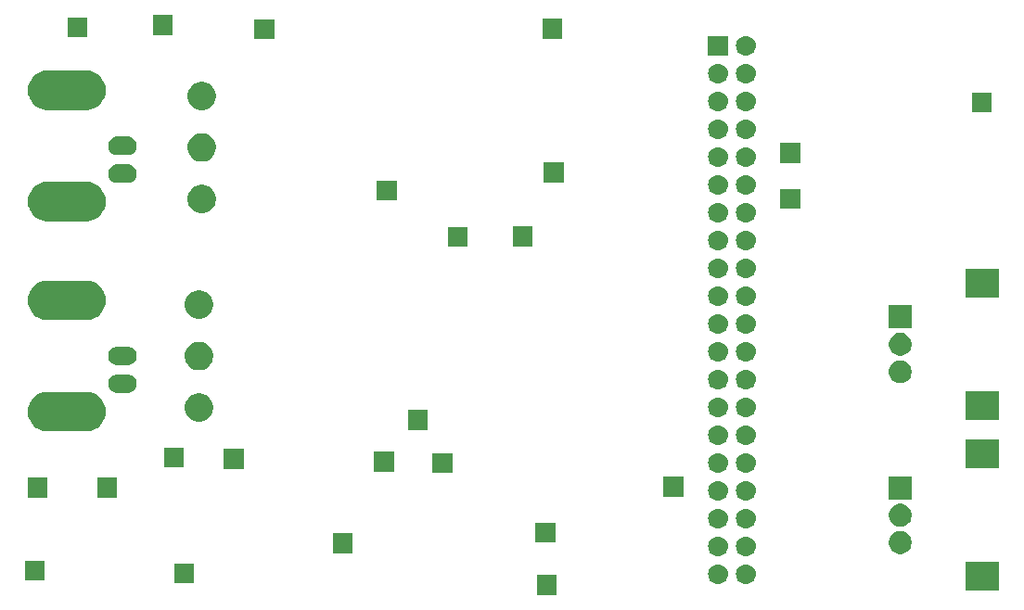
<source format=gbs>
G04 #@! TF.GenerationSoftware,KiCad,Pcbnew,(5.1.2)-1*
G04 #@! TF.CreationDate,2020-01-12T12:33:47-08:00*
G04 #@! TF.ProjectId,o-scope test,6f2d7363-6f70-4652-9074-6573742e6b69,v01*
G04 #@! TF.SameCoordinates,Original*
G04 #@! TF.FileFunction,Soldermask,Bot*
G04 #@! TF.FilePolarity,Negative*
%FSLAX46Y46*%
G04 Gerber Fmt 4.6, Leading zero omitted, Abs format (unit mm)*
G04 Created by KiCad (PCBNEW (5.1.2)-1) date 2020-01-12 12:33:47*
%MOMM*%
%LPD*%
G04 APERTURE LIST*
%ADD10C,0.100000*%
G04 APERTURE END LIST*
D10*
G36*
X155333000Y-126631000D02*
G01*
X153531000Y-126631000D01*
X153531000Y-124829000D01*
X155333000Y-124829000D01*
X155333000Y-126631000D01*
X155333000Y-126631000D01*
G37*
G36*
X195741000Y-126241000D02*
G01*
X192639000Y-126241000D01*
X192639000Y-123639000D01*
X195741000Y-123639000D01*
X195741000Y-126241000D01*
X195741000Y-126241000D01*
G37*
G36*
X172703443Y-123844919D02*
G01*
X172769627Y-123851437D01*
X172939466Y-123902957D01*
X173095991Y-123986622D01*
X173131729Y-124015952D01*
X173233186Y-124099214D01*
X173316448Y-124200671D01*
X173345778Y-124236409D01*
X173429443Y-124392934D01*
X173480963Y-124562773D01*
X173498359Y-124739400D01*
X173480963Y-124916027D01*
X173429443Y-125085866D01*
X173345778Y-125242391D01*
X173316448Y-125278129D01*
X173233186Y-125379586D01*
X173131729Y-125462848D01*
X173095991Y-125492178D01*
X172939466Y-125575843D01*
X172769627Y-125627363D01*
X172703442Y-125633882D01*
X172637260Y-125640400D01*
X172548740Y-125640400D01*
X172482558Y-125633882D01*
X172416373Y-125627363D01*
X172246534Y-125575843D01*
X172090009Y-125492178D01*
X172054271Y-125462848D01*
X171952814Y-125379586D01*
X171869552Y-125278129D01*
X171840222Y-125242391D01*
X171756557Y-125085866D01*
X171705037Y-124916027D01*
X171687641Y-124739400D01*
X171705037Y-124562773D01*
X171756557Y-124392934D01*
X171840222Y-124236409D01*
X171869552Y-124200671D01*
X171952814Y-124099214D01*
X172054271Y-124015952D01*
X172090009Y-123986622D01*
X172246534Y-123902957D01*
X172416373Y-123851437D01*
X172482557Y-123844919D01*
X172548740Y-123838400D01*
X172637260Y-123838400D01*
X172703443Y-123844919D01*
X172703443Y-123844919D01*
G37*
G36*
X170163443Y-123844919D02*
G01*
X170229627Y-123851437D01*
X170399466Y-123902957D01*
X170555991Y-123986622D01*
X170591729Y-124015952D01*
X170693186Y-124099214D01*
X170776448Y-124200671D01*
X170805778Y-124236409D01*
X170889443Y-124392934D01*
X170940963Y-124562773D01*
X170958359Y-124739400D01*
X170940963Y-124916027D01*
X170889443Y-125085866D01*
X170805778Y-125242391D01*
X170776448Y-125278129D01*
X170693186Y-125379586D01*
X170591729Y-125462848D01*
X170555991Y-125492178D01*
X170399466Y-125575843D01*
X170229627Y-125627363D01*
X170163442Y-125633882D01*
X170097260Y-125640400D01*
X170008740Y-125640400D01*
X169942558Y-125633882D01*
X169876373Y-125627363D01*
X169706534Y-125575843D01*
X169550009Y-125492178D01*
X169514271Y-125462848D01*
X169412814Y-125379586D01*
X169329552Y-125278129D01*
X169300222Y-125242391D01*
X169216557Y-125085866D01*
X169165037Y-124916027D01*
X169147641Y-124739400D01*
X169165037Y-124562773D01*
X169216557Y-124392934D01*
X169300222Y-124236409D01*
X169329552Y-124200671D01*
X169412814Y-124099214D01*
X169514271Y-124015952D01*
X169550009Y-123986622D01*
X169706534Y-123902957D01*
X169876373Y-123851437D01*
X169942557Y-123844919D01*
X170008740Y-123838400D01*
X170097260Y-123838400D01*
X170163443Y-123844919D01*
X170163443Y-123844919D01*
G37*
G36*
X122249500Y-125576900D02*
G01*
X120447500Y-125576900D01*
X120447500Y-123774900D01*
X122249500Y-123774900D01*
X122249500Y-125576900D01*
X122249500Y-125576900D01*
G37*
G36*
X108597000Y-125322900D02*
G01*
X106795000Y-125322900D01*
X106795000Y-123520900D01*
X108597000Y-123520900D01*
X108597000Y-125322900D01*
X108597000Y-125322900D01*
G37*
G36*
X170163443Y-121304919D02*
G01*
X170229627Y-121311437D01*
X170399466Y-121362957D01*
X170555991Y-121446622D01*
X170591729Y-121475952D01*
X170693186Y-121559214D01*
X170776448Y-121660671D01*
X170805778Y-121696409D01*
X170889443Y-121852934D01*
X170940963Y-122022773D01*
X170958359Y-122199400D01*
X170940963Y-122376027D01*
X170889443Y-122545866D01*
X170805778Y-122702391D01*
X170776448Y-122738129D01*
X170693186Y-122839586D01*
X170591729Y-122922848D01*
X170555991Y-122952178D01*
X170399466Y-123035843D01*
X170229627Y-123087363D01*
X170163443Y-123093881D01*
X170097260Y-123100400D01*
X170008740Y-123100400D01*
X169942557Y-123093881D01*
X169876373Y-123087363D01*
X169706534Y-123035843D01*
X169550009Y-122952178D01*
X169514271Y-122922848D01*
X169412814Y-122839586D01*
X169329552Y-122738129D01*
X169300222Y-122702391D01*
X169216557Y-122545866D01*
X169165037Y-122376027D01*
X169147641Y-122199400D01*
X169165037Y-122022773D01*
X169216557Y-121852934D01*
X169300222Y-121696409D01*
X169329552Y-121660671D01*
X169412814Y-121559214D01*
X169514271Y-121475952D01*
X169550009Y-121446622D01*
X169706534Y-121362957D01*
X169876373Y-121311437D01*
X169942557Y-121304919D01*
X170008740Y-121298400D01*
X170097260Y-121298400D01*
X170163443Y-121304919D01*
X170163443Y-121304919D01*
G37*
G36*
X172703443Y-121304919D02*
G01*
X172769627Y-121311437D01*
X172939466Y-121362957D01*
X173095991Y-121446622D01*
X173131729Y-121475952D01*
X173233186Y-121559214D01*
X173316448Y-121660671D01*
X173345778Y-121696409D01*
X173429443Y-121852934D01*
X173480963Y-122022773D01*
X173498359Y-122199400D01*
X173480963Y-122376027D01*
X173429443Y-122545866D01*
X173345778Y-122702391D01*
X173316448Y-122738129D01*
X173233186Y-122839586D01*
X173131729Y-122922848D01*
X173095991Y-122952178D01*
X172939466Y-123035843D01*
X172769627Y-123087363D01*
X172703443Y-123093881D01*
X172637260Y-123100400D01*
X172548740Y-123100400D01*
X172482557Y-123093881D01*
X172416373Y-123087363D01*
X172246534Y-123035843D01*
X172090009Y-122952178D01*
X172054271Y-122922848D01*
X171952814Y-122839586D01*
X171869552Y-122738129D01*
X171840222Y-122702391D01*
X171756557Y-122545866D01*
X171705037Y-122376027D01*
X171687641Y-122199400D01*
X171705037Y-122022773D01*
X171756557Y-121852934D01*
X171840222Y-121696409D01*
X171869552Y-121660671D01*
X171952814Y-121559214D01*
X172054271Y-121475952D01*
X172090009Y-121446622D01*
X172246534Y-121362957D01*
X172416373Y-121311437D01*
X172482557Y-121304919D01*
X172548740Y-121298400D01*
X172637260Y-121298400D01*
X172703443Y-121304919D01*
X172703443Y-121304919D01*
G37*
G36*
X186996564Y-120829389D02*
G01*
X187187833Y-120908615D01*
X187187835Y-120908616D01*
X187353036Y-121019000D01*
X187359973Y-121023635D01*
X187506365Y-121170027D01*
X187621385Y-121342167D01*
X187700611Y-121533436D01*
X187741000Y-121736484D01*
X187741000Y-121943516D01*
X187700611Y-122146564D01*
X187621385Y-122337833D01*
X187621384Y-122337835D01*
X187506365Y-122509973D01*
X187359973Y-122656365D01*
X187187835Y-122771384D01*
X187187834Y-122771385D01*
X187187833Y-122771385D01*
X186996564Y-122850611D01*
X186793516Y-122891000D01*
X186586484Y-122891000D01*
X186383436Y-122850611D01*
X186192167Y-122771385D01*
X186192166Y-122771385D01*
X186192165Y-122771384D01*
X186020027Y-122656365D01*
X185873635Y-122509973D01*
X185758616Y-122337835D01*
X185758615Y-122337833D01*
X185679389Y-122146564D01*
X185639000Y-121943516D01*
X185639000Y-121736484D01*
X185679389Y-121533436D01*
X185758615Y-121342167D01*
X185873635Y-121170027D01*
X186020027Y-121023635D01*
X186026964Y-121019000D01*
X186192165Y-120908616D01*
X186192167Y-120908615D01*
X186383436Y-120829389D01*
X186586484Y-120789000D01*
X186793516Y-120789000D01*
X186996564Y-120829389D01*
X186996564Y-120829389D01*
G37*
G36*
X136727500Y-122821000D02*
G01*
X134925500Y-122821000D01*
X134925500Y-121019000D01*
X136727500Y-121019000D01*
X136727500Y-122821000D01*
X136727500Y-122821000D01*
G37*
G36*
X155206000Y-121830400D02*
G01*
X153404000Y-121830400D01*
X153404000Y-120028400D01*
X155206000Y-120028400D01*
X155206000Y-121830400D01*
X155206000Y-121830400D01*
G37*
G36*
X170163443Y-118764919D02*
G01*
X170229627Y-118771437D01*
X170399466Y-118822957D01*
X170555991Y-118906622D01*
X170591729Y-118935952D01*
X170693186Y-119019214D01*
X170776448Y-119120671D01*
X170805778Y-119156409D01*
X170889443Y-119312934D01*
X170940963Y-119482773D01*
X170958359Y-119659400D01*
X170940963Y-119836027D01*
X170889443Y-120005866D01*
X170805778Y-120162391D01*
X170776448Y-120198129D01*
X170693186Y-120299586D01*
X170591729Y-120382848D01*
X170555991Y-120412178D01*
X170399466Y-120495843D01*
X170229627Y-120547363D01*
X170163443Y-120553881D01*
X170097260Y-120560400D01*
X170008740Y-120560400D01*
X169942557Y-120553881D01*
X169876373Y-120547363D01*
X169706534Y-120495843D01*
X169550009Y-120412178D01*
X169514271Y-120382848D01*
X169412814Y-120299586D01*
X169329552Y-120198129D01*
X169300222Y-120162391D01*
X169216557Y-120005866D01*
X169165037Y-119836027D01*
X169147641Y-119659400D01*
X169165037Y-119482773D01*
X169216557Y-119312934D01*
X169300222Y-119156409D01*
X169329552Y-119120671D01*
X169412814Y-119019214D01*
X169514271Y-118935952D01*
X169550009Y-118906622D01*
X169706534Y-118822957D01*
X169876373Y-118771437D01*
X169942557Y-118764919D01*
X170008740Y-118758400D01*
X170097260Y-118758400D01*
X170163443Y-118764919D01*
X170163443Y-118764919D01*
G37*
G36*
X172703443Y-118764919D02*
G01*
X172769627Y-118771437D01*
X172939466Y-118822957D01*
X173095991Y-118906622D01*
X173131729Y-118935952D01*
X173233186Y-119019214D01*
X173316448Y-119120671D01*
X173345778Y-119156409D01*
X173429443Y-119312934D01*
X173480963Y-119482773D01*
X173498359Y-119659400D01*
X173480963Y-119836027D01*
X173429443Y-120005866D01*
X173345778Y-120162391D01*
X173316448Y-120198129D01*
X173233186Y-120299586D01*
X173131729Y-120382848D01*
X173095991Y-120412178D01*
X172939466Y-120495843D01*
X172769627Y-120547363D01*
X172703443Y-120553881D01*
X172637260Y-120560400D01*
X172548740Y-120560400D01*
X172482557Y-120553881D01*
X172416373Y-120547363D01*
X172246534Y-120495843D01*
X172090009Y-120412178D01*
X172054271Y-120382848D01*
X171952814Y-120299586D01*
X171869552Y-120198129D01*
X171840222Y-120162391D01*
X171756557Y-120005866D01*
X171705037Y-119836027D01*
X171687641Y-119659400D01*
X171705037Y-119482773D01*
X171756557Y-119312934D01*
X171840222Y-119156409D01*
X171869552Y-119120671D01*
X171952814Y-119019214D01*
X172054271Y-118935952D01*
X172090009Y-118906622D01*
X172246534Y-118822957D01*
X172416373Y-118771437D01*
X172482557Y-118764919D01*
X172548740Y-118758400D01*
X172637260Y-118758400D01*
X172703443Y-118764919D01*
X172703443Y-118764919D01*
G37*
G36*
X186996564Y-118329389D02*
G01*
X187187833Y-118408615D01*
X187187835Y-118408616D01*
X187359973Y-118523635D01*
X187506365Y-118670027D01*
X187608550Y-118822957D01*
X187621385Y-118842167D01*
X187700611Y-119033436D01*
X187741000Y-119236484D01*
X187741000Y-119443516D01*
X187700611Y-119646564D01*
X187695294Y-119659400D01*
X187621384Y-119837835D01*
X187506365Y-120009973D01*
X187359973Y-120156365D01*
X187187835Y-120271384D01*
X187187834Y-120271385D01*
X187187833Y-120271385D01*
X186996564Y-120350611D01*
X186793516Y-120391000D01*
X186586484Y-120391000D01*
X186383436Y-120350611D01*
X186192167Y-120271385D01*
X186192166Y-120271385D01*
X186192165Y-120271384D01*
X186020027Y-120156365D01*
X185873635Y-120009973D01*
X185758616Y-119837835D01*
X185684706Y-119659400D01*
X185679389Y-119646564D01*
X185639000Y-119443516D01*
X185639000Y-119236484D01*
X185679389Y-119033436D01*
X185758615Y-118842167D01*
X185771451Y-118822957D01*
X185873635Y-118670027D01*
X186020027Y-118523635D01*
X186192165Y-118408616D01*
X186192167Y-118408615D01*
X186383436Y-118329389D01*
X186586484Y-118289000D01*
X186793516Y-118289000D01*
X186996564Y-118329389D01*
X186996564Y-118329389D01*
G37*
G36*
X172703443Y-116224919D02*
G01*
X172769627Y-116231437D01*
X172939466Y-116282957D01*
X173095991Y-116366622D01*
X173131729Y-116395952D01*
X173233186Y-116479214D01*
X173316448Y-116580671D01*
X173345778Y-116616409D01*
X173429443Y-116772934D01*
X173480963Y-116942773D01*
X173498359Y-117119400D01*
X173480963Y-117296027D01*
X173429443Y-117465866D01*
X173345778Y-117622391D01*
X173331819Y-117639400D01*
X173233186Y-117759586D01*
X173131729Y-117842848D01*
X173095991Y-117872178D01*
X172939466Y-117955843D01*
X172769627Y-118007363D01*
X172703443Y-118013881D01*
X172637260Y-118020400D01*
X172548740Y-118020400D01*
X172482557Y-118013881D01*
X172416373Y-118007363D01*
X172246534Y-117955843D01*
X172090009Y-117872178D01*
X172054271Y-117842848D01*
X171952814Y-117759586D01*
X171854181Y-117639400D01*
X171840222Y-117622391D01*
X171756557Y-117465866D01*
X171705037Y-117296027D01*
X171687641Y-117119400D01*
X171705037Y-116942773D01*
X171756557Y-116772934D01*
X171840222Y-116616409D01*
X171869552Y-116580671D01*
X171952814Y-116479214D01*
X172054271Y-116395952D01*
X172090009Y-116366622D01*
X172246534Y-116282957D01*
X172416373Y-116231437D01*
X172482557Y-116224919D01*
X172548740Y-116218400D01*
X172637260Y-116218400D01*
X172703443Y-116224919D01*
X172703443Y-116224919D01*
G37*
G36*
X170163443Y-116224919D02*
G01*
X170229627Y-116231437D01*
X170399466Y-116282957D01*
X170555991Y-116366622D01*
X170591729Y-116395952D01*
X170693186Y-116479214D01*
X170776448Y-116580671D01*
X170805778Y-116616409D01*
X170889443Y-116772934D01*
X170940963Y-116942773D01*
X170958359Y-117119400D01*
X170940963Y-117296027D01*
X170889443Y-117465866D01*
X170805778Y-117622391D01*
X170791819Y-117639400D01*
X170693186Y-117759586D01*
X170591729Y-117842848D01*
X170555991Y-117872178D01*
X170399466Y-117955843D01*
X170229627Y-118007363D01*
X170163443Y-118013881D01*
X170097260Y-118020400D01*
X170008740Y-118020400D01*
X169942557Y-118013881D01*
X169876373Y-118007363D01*
X169706534Y-117955843D01*
X169550009Y-117872178D01*
X169514271Y-117842848D01*
X169412814Y-117759586D01*
X169314181Y-117639400D01*
X169300222Y-117622391D01*
X169216557Y-117465866D01*
X169165037Y-117296027D01*
X169147641Y-117119400D01*
X169165037Y-116942773D01*
X169216557Y-116772934D01*
X169300222Y-116616409D01*
X169329552Y-116580671D01*
X169412814Y-116479214D01*
X169514271Y-116395952D01*
X169550009Y-116366622D01*
X169706534Y-116282957D01*
X169876373Y-116231437D01*
X169942557Y-116224919D01*
X170008740Y-116218400D01*
X170097260Y-116218400D01*
X170163443Y-116224919D01*
X170163443Y-116224919D01*
G37*
G36*
X187741000Y-117891000D02*
G01*
X185639000Y-117891000D01*
X185639000Y-115789000D01*
X187741000Y-115789000D01*
X187741000Y-117891000D01*
X187741000Y-117891000D01*
G37*
G36*
X108851000Y-117741000D02*
G01*
X107049000Y-117741000D01*
X107049000Y-115939000D01*
X108851000Y-115939000D01*
X108851000Y-117741000D01*
X108851000Y-117741000D01*
G37*
G36*
X115201000Y-117741000D02*
G01*
X113399000Y-117741000D01*
X113399000Y-115939000D01*
X115201000Y-115939000D01*
X115201000Y-117741000D01*
X115201000Y-117741000D01*
G37*
G36*
X166890000Y-117639400D02*
G01*
X165088000Y-117639400D01*
X165088000Y-115837400D01*
X166890000Y-115837400D01*
X166890000Y-117639400D01*
X166890000Y-117639400D01*
G37*
G36*
X172703442Y-113684918D02*
G01*
X172769627Y-113691437D01*
X172939466Y-113742957D01*
X173095991Y-113826622D01*
X173131729Y-113855952D01*
X173233186Y-113939214D01*
X173316448Y-114040671D01*
X173345778Y-114076409D01*
X173429443Y-114232934D01*
X173480963Y-114402773D01*
X173498359Y-114579400D01*
X173480963Y-114756027D01*
X173429443Y-114925866D01*
X173345778Y-115082391D01*
X173331819Y-115099400D01*
X173233186Y-115219586D01*
X173131729Y-115302848D01*
X173095991Y-115332178D01*
X172939466Y-115415843D01*
X172769627Y-115467363D01*
X172703443Y-115473881D01*
X172637260Y-115480400D01*
X172548740Y-115480400D01*
X172482557Y-115473881D01*
X172416373Y-115467363D01*
X172246534Y-115415843D01*
X172090009Y-115332178D01*
X172054271Y-115302848D01*
X171952814Y-115219586D01*
X171854181Y-115099400D01*
X171840222Y-115082391D01*
X171756557Y-114925866D01*
X171705037Y-114756027D01*
X171687641Y-114579400D01*
X171705037Y-114402773D01*
X171756557Y-114232934D01*
X171840222Y-114076409D01*
X171869552Y-114040671D01*
X171952814Y-113939214D01*
X172054271Y-113855952D01*
X172090009Y-113826622D01*
X172246534Y-113742957D01*
X172416373Y-113691437D01*
X172482558Y-113684918D01*
X172548740Y-113678400D01*
X172637260Y-113678400D01*
X172703442Y-113684918D01*
X172703442Y-113684918D01*
G37*
G36*
X170163442Y-113684918D02*
G01*
X170229627Y-113691437D01*
X170399466Y-113742957D01*
X170555991Y-113826622D01*
X170591729Y-113855952D01*
X170693186Y-113939214D01*
X170776448Y-114040671D01*
X170805778Y-114076409D01*
X170889443Y-114232934D01*
X170940963Y-114402773D01*
X170958359Y-114579400D01*
X170940963Y-114756027D01*
X170889443Y-114925866D01*
X170805778Y-115082391D01*
X170791819Y-115099400D01*
X170693186Y-115219586D01*
X170591729Y-115302848D01*
X170555991Y-115332178D01*
X170399466Y-115415843D01*
X170229627Y-115467363D01*
X170163443Y-115473881D01*
X170097260Y-115480400D01*
X170008740Y-115480400D01*
X169942557Y-115473881D01*
X169876373Y-115467363D01*
X169706534Y-115415843D01*
X169550009Y-115332178D01*
X169514271Y-115302848D01*
X169412814Y-115219586D01*
X169314181Y-115099400D01*
X169300222Y-115082391D01*
X169216557Y-114925866D01*
X169165037Y-114756027D01*
X169147641Y-114579400D01*
X169165037Y-114402773D01*
X169216557Y-114232934D01*
X169300222Y-114076409D01*
X169329552Y-114040671D01*
X169412814Y-113939214D01*
X169514271Y-113855952D01*
X169550009Y-113826622D01*
X169706534Y-113742957D01*
X169876373Y-113691437D01*
X169942558Y-113684918D01*
X170008740Y-113678400D01*
X170097260Y-113678400D01*
X170163442Y-113684918D01*
X170163442Y-113684918D01*
G37*
G36*
X145808000Y-115480400D02*
G01*
X144006000Y-115480400D01*
X144006000Y-113678400D01*
X145808000Y-113678400D01*
X145808000Y-115480400D01*
X145808000Y-115480400D01*
G37*
G36*
X140474000Y-115353400D02*
G01*
X138672000Y-115353400D01*
X138672000Y-113551400D01*
X140474000Y-113551400D01*
X140474000Y-115353400D01*
X140474000Y-115353400D01*
G37*
G36*
X126758000Y-115099400D02*
G01*
X124956000Y-115099400D01*
X124956000Y-113297400D01*
X126758000Y-113297400D01*
X126758000Y-115099400D01*
X126758000Y-115099400D01*
G37*
G36*
X195741000Y-115041000D02*
G01*
X192639000Y-115041000D01*
X192639000Y-112439000D01*
X195741000Y-112439000D01*
X195741000Y-115041000D01*
X195741000Y-115041000D01*
G37*
G36*
X121297000Y-114972400D02*
G01*
X119495000Y-114972400D01*
X119495000Y-113170400D01*
X121297000Y-113170400D01*
X121297000Y-114972400D01*
X121297000Y-114972400D01*
G37*
G36*
X170163442Y-111144918D02*
G01*
X170229627Y-111151437D01*
X170399466Y-111202957D01*
X170555991Y-111286622D01*
X170591729Y-111315952D01*
X170693186Y-111399214D01*
X170776448Y-111500671D01*
X170805778Y-111536409D01*
X170889443Y-111692934D01*
X170940963Y-111862773D01*
X170958359Y-112039400D01*
X170940963Y-112216027D01*
X170889443Y-112385866D01*
X170805778Y-112542391D01*
X170776448Y-112578129D01*
X170693186Y-112679586D01*
X170591729Y-112762848D01*
X170555991Y-112792178D01*
X170399466Y-112875843D01*
X170229627Y-112927363D01*
X170163442Y-112933882D01*
X170097260Y-112940400D01*
X170008740Y-112940400D01*
X169942558Y-112933882D01*
X169876373Y-112927363D01*
X169706534Y-112875843D01*
X169550009Y-112792178D01*
X169514271Y-112762848D01*
X169412814Y-112679586D01*
X169329552Y-112578129D01*
X169300222Y-112542391D01*
X169216557Y-112385866D01*
X169165037Y-112216027D01*
X169147641Y-112039400D01*
X169165037Y-111862773D01*
X169216557Y-111692934D01*
X169300222Y-111536409D01*
X169329552Y-111500671D01*
X169412814Y-111399214D01*
X169514271Y-111315952D01*
X169550009Y-111286622D01*
X169706534Y-111202957D01*
X169876373Y-111151437D01*
X169942558Y-111144918D01*
X170008740Y-111138400D01*
X170097260Y-111138400D01*
X170163442Y-111144918D01*
X170163442Y-111144918D01*
G37*
G36*
X172703442Y-111144918D02*
G01*
X172769627Y-111151437D01*
X172939466Y-111202957D01*
X173095991Y-111286622D01*
X173131729Y-111315952D01*
X173233186Y-111399214D01*
X173316448Y-111500671D01*
X173345778Y-111536409D01*
X173429443Y-111692934D01*
X173480963Y-111862773D01*
X173498359Y-112039400D01*
X173480963Y-112216027D01*
X173429443Y-112385866D01*
X173345778Y-112542391D01*
X173316448Y-112578129D01*
X173233186Y-112679586D01*
X173131729Y-112762848D01*
X173095991Y-112792178D01*
X172939466Y-112875843D01*
X172769627Y-112927363D01*
X172703442Y-112933882D01*
X172637260Y-112940400D01*
X172548740Y-112940400D01*
X172482558Y-112933882D01*
X172416373Y-112927363D01*
X172246534Y-112875843D01*
X172090009Y-112792178D01*
X172054271Y-112762848D01*
X171952814Y-112679586D01*
X171869552Y-112578129D01*
X171840222Y-112542391D01*
X171756557Y-112385866D01*
X171705037Y-112216027D01*
X171687641Y-112039400D01*
X171705037Y-111862773D01*
X171756557Y-111692934D01*
X171840222Y-111536409D01*
X171869552Y-111500671D01*
X171952814Y-111399214D01*
X172054271Y-111315952D01*
X172090009Y-111286622D01*
X172246534Y-111202957D01*
X172416373Y-111151437D01*
X172482558Y-111144918D01*
X172548740Y-111138400D01*
X172637260Y-111138400D01*
X172703442Y-111144918D01*
X172703442Y-111144918D01*
G37*
G36*
X112543669Y-108088086D02*
G01*
X112720058Y-108105459D01*
X113059548Y-108208442D01*
X113059550Y-108208443D01*
X113372422Y-108375677D01*
X113646661Y-108600739D01*
X113871723Y-108874978D01*
X113936629Y-108996409D01*
X114038958Y-109187852D01*
X114141941Y-109527342D01*
X114176714Y-109880400D01*
X114141941Y-110233458D01*
X114057764Y-110510953D01*
X114038957Y-110572950D01*
X113871723Y-110885822D01*
X113646661Y-111160061D01*
X113372422Y-111385123D01*
X113089383Y-111536411D01*
X113059548Y-111552358D01*
X112720058Y-111655341D01*
X112543669Y-111672714D01*
X112455476Y-111681400D01*
X108778524Y-111681400D01*
X108690331Y-111672714D01*
X108513942Y-111655341D01*
X108174452Y-111552358D01*
X108144617Y-111536411D01*
X107861578Y-111385123D01*
X107587339Y-111160061D01*
X107362277Y-110885822D01*
X107195043Y-110572950D01*
X107176236Y-110510953D01*
X107092059Y-110233458D01*
X107057286Y-109880400D01*
X107092059Y-109527342D01*
X107195042Y-109187852D01*
X107297371Y-108996409D01*
X107362277Y-108874978D01*
X107587339Y-108600739D01*
X107861578Y-108375677D01*
X108174450Y-108208443D01*
X108174452Y-108208442D01*
X108513942Y-108105459D01*
X108690331Y-108088086D01*
X108778524Y-108079400D01*
X112455476Y-108079400D01*
X112543669Y-108088086D01*
X112543669Y-108088086D01*
G37*
G36*
X143585500Y-111543400D02*
G01*
X141783500Y-111543400D01*
X141783500Y-109741400D01*
X143585500Y-109741400D01*
X143585500Y-111543400D01*
X143585500Y-111543400D01*
G37*
G36*
X123061487Y-108249396D02*
G01*
X123298253Y-108347468D01*
X123298255Y-108347469D01*
X123511339Y-108489847D01*
X123692553Y-108671061D01*
X123828806Y-108874978D01*
X123834932Y-108884147D01*
X123933004Y-109120913D01*
X123983000Y-109372261D01*
X123983000Y-109628539D01*
X123933004Y-109879887D01*
X123882261Y-110002391D01*
X123834931Y-110116655D01*
X123692553Y-110329739D01*
X123511339Y-110510953D01*
X123298255Y-110653331D01*
X123298254Y-110653332D01*
X123298253Y-110653332D01*
X123061487Y-110751404D01*
X122810139Y-110801400D01*
X122553861Y-110801400D01*
X122302513Y-110751404D01*
X122065747Y-110653332D01*
X122065746Y-110653332D01*
X122065745Y-110653331D01*
X121852661Y-110510953D01*
X121671447Y-110329739D01*
X121529069Y-110116655D01*
X121481739Y-110002391D01*
X121430996Y-109879887D01*
X121381000Y-109628539D01*
X121381000Y-109372261D01*
X121430996Y-109120913D01*
X121529068Y-108884147D01*
X121535195Y-108874978D01*
X121671447Y-108671061D01*
X121852661Y-108489847D01*
X122065745Y-108347469D01*
X122065747Y-108347468D01*
X122302513Y-108249396D01*
X122553861Y-108199400D01*
X122810139Y-108199400D01*
X123061487Y-108249396D01*
X123061487Y-108249396D01*
G37*
G36*
X195741000Y-110645400D02*
G01*
X192639000Y-110645400D01*
X192639000Y-108043400D01*
X195741000Y-108043400D01*
X195741000Y-110645400D01*
X195741000Y-110645400D01*
G37*
G36*
X172703443Y-108604919D02*
G01*
X172769627Y-108611437D01*
X172939466Y-108662957D01*
X172939468Y-108662958D01*
X173017729Y-108704790D01*
X173095991Y-108746622D01*
X173131729Y-108775952D01*
X173233186Y-108859214D01*
X173316448Y-108960671D01*
X173345778Y-108996409D01*
X173429443Y-109152934D01*
X173480963Y-109322773D01*
X173498359Y-109499400D01*
X173480963Y-109676027D01*
X173429443Y-109845866D01*
X173345778Y-110002391D01*
X173316448Y-110038129D01*
X173233186Y-110139586D01*
X173131729Y-110222848D01*
X173095991Y-110252178D01*
X172939466Y-110335843D01*
X172769627Y-110387363D01*
X172703442Y-110393882D01*
X172637260Y-110400400D01*
X172548740Y-110400400D01*
X172482558Y-110393882D01*
X172416373Y-110387363D01*
X172246534Y-110335843D01*
X172090009Y-110252178D01*
X172054271Y-110222848D01*
X171952814Y-110139586D01*
X171869552Y-110038129D01*
X171840222Y-110002391D01*
X171756557Y-109845866D01*
X171705037Y-109676027D01*
X171687641Y-109499400D01*
X171705037Y-109322773D01*
X171756557Y-109152934D01*
X171840222Y-108996409D01*
X171869552Y-108960671D01*
X171952814Y-108859214D01*
X172054271Y-108775952D01*
X172090009Y-108746622D01*
X172168271Y-108704790D01*
X172246532Y-108662958D01*
X172246534Y-108662957D01*
X172416373Y-108611437D01*
X172482557Y-108604919D01*
X172548740Y-108598400D01*
X172637260Y-108598400D01*
X172703443Y-108604919D01*
X172703443Y-108604919D01*
G37*
G36*
X170163443Y-108604919D02*
G01*
X170229627Y-108611437D01*
X170399466Y-108662957D01*
X170399468Y-108662958D01*
X170477729Y-108704790D01*
X170555991Y-108746622D01*
X170591729Y-108775952D01*
X170693186Y-108859214D01*
X170776448Y-108960671D01*
X170805778Y-108996409D01*
X170889443Y-109152934D01*
X170940963Y-109322773D01*
X170958359Y-109499400D01*
X170940963Y-109676027D01*
X170889443Y-109845866D01*
X170805778Y-110002391D01*
X170776448Y-110038129D01*
X170693186Y-110139586D01*
X170591729Y-110222848D01*
X170555991Y-110252178D01*
X170399466Y-110335843D01*
X170229627Y-110387363D01*
X170163442Y-110393882D01*
X170097260Y-110400400D01*
X170008740Y-110400400D01*
X169942558Y-110393882D01*
X169876373Y-110387363D01*
X169706534Y-110335843D01*
X169550009Y-110252178D01*
X169514271Y-110222848D01*
X169412814Y-110139586D01*
X169329552Y-110038129D01*
X169300222Y-110002391D01*
X169216557Y-109845866D01*
X169165037Y-109676027D01*
X169147641Y-109499400D01*
X169165037Y-109322773D01*
X169216557Y-109152934D01*
X169300222Y-108996409D01*
X169329552Y-108960671D01*
X169412814Y-108859214D01*
X169514271Y-108775952D01*
X169550009Y-108746622D01*
X169628271Y-108704790D01*
X169706532Y-108662958D01*
X169706534Y-108662957D01*
X169876373Y-108611437D01*
X169942557Y-108604919D01*
X170008740Y-108598400D01*
X170097260Y-108598400D01*
X170163443Y-108604919D01*
X170163443Y-108604919D01*
G37*
G36*
X116313823Y-106501713D02*
G01*
X116474242Y-106550376D01*
X116591276Y-106612932D01*
X116622078Y-106629396D01*
X116751659Y-106735741D01*
X116858004Y-106865322D01*
X116858005Y-106865324D01*
X116937024Y-107013158D01*
X116985687Y-107173577D01*
X117002117Y-107340400D01*
X116985687Y-107507223D01*
X116937024Y-107667642D01*
X116913219Y-107712178D01*
X116858004Y-107815478D01*
X116751659Y-107945059D01*
X116622078Y-108051404D01*
X116622076Y-108051405D01*
X116474242Y-108130424D01*
X116313823Y-108179087D01*
X116188804Y-108191400D01*
X115205196Y-108191400D01*
X115080177Y-108179087D01*
X114919758Y-108130424D01*
X114771924Y-108051405D01*
X114771922Y-108051404D01*
X114642341Y-107945059D01*
X114535996Y-107815478D01*
X114480781Y-107712178D01*
X114456976Y-107667642D01*
X114408313Y-107507223D01*
X114391883Y-107340400D01*
X114408313Y-107173577D01*
X114456976Y-107013158D01*
X114535995Y-106865324D01*
X114535996Y-106865322D01*
X114642341Y-106735741D01*
X114771922Y-106629396D01*
X114802724Y-106612932D01*
X114919758Y-106550376D01*
X115080177Y-106501713D01*
X115205196Y-106489400D01*
X116188804Y-106489400D01*
X116313823Y-106501713D01*
X116313823Y-106501713D01*
G37*
G36*
X170163442Y-106064918D02*
G01*
X170229627Y-106071437D01*
X170399466Y-106122957D01*
X170555991Y-106206622D01*
X170591729Y-106235952D01*
X170693186Y-106319214D01*
X170776448Y-106420671D01*
X170805778Y-106456409D01*
X170889443Y-106612934D01*
X170940963Y-106782773D01*
X170958359Y-106959400D01*
X170940963Y-107136027D01*
X170889443Y-107305866D01*
X170805778Y-107462391D01*
X170776448Y-107498129D01*
X170693186Y-107599586D01*
X170610262Y-107667639D01*
X170555991Y-107712178D01*
X170399466Y-107795843D01*
X170229627Y-107847363D01*
X170163443Y-107853881D01*
X170097260Y-107860400D01*
X170008740Y-107860400D01*
X169942557Y-107853881D01*
X169876373Y-107847363D01*
X169706534Y-107795843D01*
X169550009Y-107712178D01*
X169495738Y-107667639D01*
X169412814Y-107599586D01*
X169329552Y-107498129D01*
X169300222Y-107462391D01*
X169216557Y-107305866D01*
X169165037Y-107136027D01*
X169147641Y-106959400D01*
X169165037Y-106782773D01*
X169216557Y-106612934D01*
X169300222Y-106456409D01*
X169329552Y-106420671D01*
X169412814Y-106319214D01*
X169514271Y-106235952D01*
X169550009Y-106206622D01*
X169706534Y-106122957D01*
X169876373Y-106071437D01*
X169942558Y-106064918D01*
X170008740Y-106058400D01*
X170097260Y-106058400D01*
X170163442Y-106064918D01*
X170163442Y-106064918D01*
G37*
G36*
X172703442Y-106064918D02*
G01*
X172769627Y-106071437D01*
X172939466Y-106122957D01*
X173095991Y-106206622D01*
X173131729Y-106235952D01*
X173233186Y-106319214D01*
X173316448Y-106420671D01*
X173345778Y-106456409D01*
X173429443Y-106612934D01*
X173480963Y-106782773D01*
X173498359Y-106959400D01*
X173480963Y-107136027D01*
X173429443Y-107305866D01*
X173345778Y-107462391D01*
X173316448Y-107498129D01*
X173233186Y-107599586D01*
X173150262Y-107667639D01*
X173095991Y-107712178D01*
X172939466Y-107795843D01*
X172769627Y-107847363D01*
X172703443Y-107853881D01*
X172637260Y-107860400D01*
X172548740Y-107860400D01*
X172482557Y-107853881D01*
X172416373Y-107847363D01*
X172246534Y-107795843D01*
X172090009Y-107712178D01*
X172035738Y-107667639D01*
X171952814Y-107599586D01*
X171869552Y-107498129D01*
X171840222Y-107462391D01*
X171756557Y-107305866D01*
X171705037Y-107136027D01*
X171687641Y-106959400D01*
X171705037Y-106782773D01*
X171756557Y-106612934D01*
X171840222Y-106456409D01*
X171869552Y-106420671D01*
X171952814Y-106319214D01*
X172054271Y-106235952D01*
X172090009Y-106206622D01*
X172246534Y-106122957D01*
X172416373Y-106071437D01*
X172482558Y-106064918D01*
X172548740Y-106058400D01*
X172637260Y-106058400D01*
X172703442Y-106064918D01*
X172703442Y-106064918D01*
G37*
G36*
X186996564Y-105233789D02*
G01*
X187187833Y-105313015D01*
X187187835Y-105313016D01*
X187359973Y-105428035D01*
X187506365Y-105574427D01*
X187517055Y-105590425D01*
X187621385Y-105746567D01*
X187700611Y-105937836D01*
X187741000Y-106140884D01*
X187741000Y-106347916D01*
X187700611Y-106550964D01*
X187668123Y-106629396D01*
X187621384Y-106742235D01*
X187506365Y-106914373D01*
X187359973Y-107060765D01*
X187187835Y-107175784D01*
X187187834Y-107175785D01*
X187187833Y-107175785D01*
X186996564Y-107255011D01*
X186793516Y-107295400D01*
X186586484Y-107295400D01*
X186383436Y-107255011D01*
X186192167Y-107175785D01*
X186192166Y-107175785D01*
X186192165Y-107175784D01*
X186020027Y-107060765D01*
X185873635Y-106914373D01*
X185758616Y-106742235D01*
X185711877Y-106629396D01*
X185679389Y-106550964D01*
X185639000Y-106347916D01*
X185639000Y-106140884D01*
X185679389Y-105937836D01*
X185758615Y-105746567D01*
X185862946Y-105590425D01*
X185873635Y-105574427D01*
X186020027Y-105428035D01*
X186192165Y-105313016D01*
X186192167Y-105313015D01*
X186383436Y-105233789D01*
X186586484Y-105193400D01*
X186793516Y-105193400D01*
X186996564Y-105233789D01*
X186996564Y-105233789D01*
G37*
G36*
X123061487Y-103549396D02*
G01*
X123298253Y-103647468D01*
X123298255Y-103647469D01*
X123495426Y-103779214D01*
X123511339Y-103789847D01*
X123692553Y-103971061D01*
X123834932Y-104184147D01*
X123933004Y-104420913D01*
X123983000Y-104672261D01*
X123983000Y-104928539D01*
X123933004Y-105179887D01*
X123877860Y-105313015D01*
X123834931Y-105416655D01*
X123692553Y-105629739D01*
X123511339Y-105810953D01*
X123298255Y-105953331D01*
X123298254Y-105953332D01*
X123298253Y-105953332D01*
X123061487Y-106051404D01*
X122810139Y-106101400D01*
X122553861Y-106101400D01*
X122302513Y-106051404D01*
X122065747Y-105953332D01*
X122065746Y-105953332D01*
X122065745Y-105953331D01*
X121852661Y-105810953D01*
X121671447Y-105629739D01*
X121529069Y-105416655D01*
X121486140Y-105313015D01*
X121430996Y-105179887D01*
X121381000Y-104928539D01*
X121381000Y-104672261D01*
X121430996Y-104420913D01*
X121529068Y-104184147D01*
X121671447Y-103971061D01*
X121852661Y-103789847D01*
X121868574Y-103779214D01*
X122065745Y-103647469D01*
X122065747Y-103647468D01*
X122302513Y-103549396D01*
X122553861Y-103499400D01*
X122810139Y-103499400D01*
X123061487Y-103549396D01*
X123061487Y-103549396D01*
G37*
G36*
X116313823Y-103961713D02*
G01*
X116474242Y-104010376D01*
X116591276Y-104072932D01*
X116622078Y-104089396D01*
X116751659Y-104195741D01*
X116858004Y-104325322D01*
X116858005Y-104325324D01*
X116937024Y-104473158D01*
X116985687Y-104633577D01*
X117002117Y-104800400D01*
X116985687Y-104967223D01*
X116937024Y-105127642D01*
X116880287Y-105233789D01*
X116858004Y-105275478D01*
X116751659Y-105405059D01*
X116622078Y-105511404D01*
X116622076Y-105511405D01*
X116474242Y-105590424D01*
X116313823Y-105639087D01*
X116188804Y-105651400D01*
X115205196Y-105651400D01*
X115080177Y-105639087D01*
X114919758Y-105590424D01*
X114771924Y-105511405D01*
X114771922Y-105511404D01*
X114642341Y-105405059D01*
X114535996Y-105275478D01*
X114513713Y-105233789D01*
X114456976Y-105127642D01*
X114408313Y-104967223D01*
X114391883Y-104800400D01*
X114408313Y-104633577D01*
X114456976Y-104473158D01*
X114535995Y-104325324D01*
X114535996Y-104325322D01*
X114642341Y-104195741D01*
X114771922Y-104089396D01*
X114802724Y-104072932D01*
X114919758Y-104010376D01*
X115080177Y-103961713D01*
X115205196Y-103949400D01*
X116188804Y-103949400D01*
X116313823Y-103961713D01*
X116313823Y-103961713D01*
G37*
G36*
X170163442Y-103524918D02*
G01*
X170229627Y-103531437D01*
X170399466Y-103582957D01*
X170555991Y-103666622D01*
X170591729Y-103695952D01*
X170693186Y-103779214D01*
X170749567Y-103847916D01*
X170805778Y-103916409D01*
X170889443Y-104072934D01*
X170940963Y-104242773D01*
X170958359Y-104419400D01*
X170940963Y-104596027D01*
X170889443Y-104765866D01*
X170805778Y-104922391D01*
X170800734Y-104928537D01*
X170693186Y-105059586D01*
X170610262Y-105127639D01*
X170555991Y-105172178D01*
X170399466Y-105255843D01*
X170229627Y-105307363D01*
X170172240Y-105313015D01*
X170097260Y-105320400D01*
X170008740Y-105320400D01*
X169933760Y-105313015D01*
X169876373Y-105307363D01*
X169706534Y-105255843D01*
X169550009Y-105172178D01*
X169495738Y-105127639D01*
X169412814Y-105059586D01*
X169305266Y-104928537D01*
X169300222Y-104922391D01*
X169216557Y-104765866D01*
X169165037Y-104596027D01*
X169147641Y-104419400D01*
X169165037Y-104242773D01*
X169216557Y-104072934D01*
X169300222Y-103916409D01*
X169356433Y-103847916D01*
X169412814Y-103779214D01*
X169514271Y-103695952D01*
X169550009Y-103666622D01*
X169706534Y-103582957D01*
X169876373Y-103531437D01*
X169942558Y-103524918D01*
X170008740Y-103518400D01*
X170097260Y-103518400D01*
X170163442Y-103524918D01*
X170163442Y-103524918D01*
G37*
G36*
X172703442Y-103524918D02*
G01*
X172769627Y-103531437D01*
X172939466Y-103582957D01*
X173095991Y-103666622D01*
X173131729Y-103695952D01*
X173233186Y-103779214D01*
X173289567Y-103847916D01*
X173345778Y-103916409D01*
X173429443Y-104072934D01*
X173480963Y-104242773D01*
X173498359Y-104419400D01*
X173480963Y-104596027D01*
X173429443Y-104765866D01*
X173345778Y-104922391D01*
X173340734Y-104928537D01*
X173233186Y-105059586D01*
X173150262Y-105127639D01*
X173095991Y-105172178D01*
X172939466Y-105255843D01*
X172769627Y-105307363D01*
X172712240Y-105313015D01*
X172637260Y-105320400D01*
X172548740Y-105320400D01*
X172473760Y-105313015D01*
X172416373Y-105307363D01*
X172246534Y-105255843D01*
X172090009Y-105172178D01*
X172035738Y-105127639D01*
X171952814Y-105059586D01*
X171845266Y-104928537D01*
X171840222Y-104922391D01*
X171756557Y-104765866D01*
X171705037Y-104596027D01*
X171687641Y-104419400D01*
X171705037Y-104242773D01*
X171756557Y-104072934D01*
X171840222Y-103916409D01*
X171896433Y-103847916D01*
X171952814Y-103779214D01*
X172054271Y-103695952D01*
X172090009Y-103666622D01*
X172246534Y-103582957D01*
X172416373Y-103531437D01*
X172482558Y-103524918D01*
X172548740Y-103518400D01*
X172637260Y-103518400D01*
X172703442Y-103524918D01*
X172703442Y-103524918D01*
G37*
G36*
X186996564Y-102733789D02*
G01*
X187187833Y-102813015D01*
X187187835Y-102813016D01*
X187359973Y-102928035D01*
X187506365Y-103074427D01*
X187621385Y-103246567D01*
X187700611Y-103437836D01*
X187741000Y-103640884D01*
X187741000Y-103847916D01*
X187700611Y-104050964D01*
X187621385Y-104242233D01*
X187621384Y-104242235D01*
X187506365Y-104414373D01*
X187359973Y-104560765D01*
X187187835Y-104675784D01*
X187187834Y-104675785D01*
X187187833Y-104675785D01*
X186996564Y-104755011D01*
X186793516Y-104795400D01*
X186586484Y-104795400D01*
X186383436Y-104755011D01*
X186192167Y-104675785D01*
X186192166Y-104675785D01*
X186192165Y-104675784D01*
X186020027Y-104560765D01*
X185873635Y-104414373D01*
X185758616Y-104242235D01*
X185758615Y-104242233D01*
X185679389Y-104050964D01*
X185639000Y-103847916D01*
X185639000Y-103640884D01*
X185679389Y-103437836D01*
X185758615Y-103246567D01*
X185873635Y-103074427D01*
X186020027Y-102928035D01*
X186192165Y-102813016D01*
X186192167Y-102813015D01*
X186383436Y-102733789D01*
X186586484Y-102693400D01*
X186793516Y-102693400D01*
X186996564Y-102733789D01*
X186996564Y-102733789D01*
G37*
G36*
X172703443Y-100984919D02*
G01*
X172769627Y-100991437D01*
X172939466Y-101042957D01*
X173095991Y-101126622D01*
X173131729Y-101155952D01*
X173233186Y-101239214D01*
X173316448Y-101340671D01*
X173345778Y-101376409D01*
X173429443Y-101532934D01*
X173480963Y-101702773D01*
X173498359Y-101879400D01*
X173480963Y-102056027D01*
X173429443Y-102225866D01*
X173345778Y-102382391D01*
X173316448Y-102418129D01*
X173233186Y-102519586D01*
X173131729Y-102602848D01*
X173095991Y-102632178D01*
X172939466Y-102715843D01*
X172769627Y-102767363D01*
X172703442Y-102773882D01*
X172637260Y-102780400D01*
X172548740Y-102780400D01*
X172482558Y-102773882D01*
X172416373Y-102767363D01*
X172246534Y-102715843D01*
X172090009Y-102632178D01*
X172054271Y-102602848D01*
X171952814Y-102519586D01*
X171869552Y-102418129D01*
X171840222Y-102382391D01*
X171756557Y-102225866D01*
X171705037Y-102056027D01*
X171687641Y-101879400D01*
X171705037Y-101702773D01*
X171756557Y-101532934D01*
X171840222Y-101376409D01*
X171869552Y-101340671D01*
X171952814Y-101239214D01*
X172054271Y-101155952D01*
X172090009Y-101126622D01*
X172246534Y-101042957D01*
X172416373Y-100991437D01*
X172482557Y-100984919D01*
X172548740Y-100978400D01*
X172637260Y-100978400D01*
X172703443Y-100984919D01*
X172703443Y-100984919D01*
G37*
G36*
X170163443Y-100984919D02*
G01*
X170229627Y-100991437D01*
X170399466Y-101042957D01*
X170555991Y-101126622D01*
X170591729Y-101155952D01*
X170693186Y-101239214D01*
X170776448Y-101340671D01*
X170805778Y-101376409D01*
X170889443Y-101532934D01*
X170940963Y-101702773D01*
X170958359Y-101879400D01*
X170940963Y-102056027D01*
X170889443Y-102225866D01*
X170805778Y-102382391D01*
X170776448Y-102418129D01*
X170693186Y-102519586D01*
X170591729Y-102602848D01*
X170555991Y-102632178D01*
X170399466Y-102715843D01*
X170229627Y-102767363D01*
X170163442Y-102773882D01*
X170097260Y-102780400D01*
X170008740Y-102780400D01*
X169942558Y-102773882D01*
X169876373Y-102767363D01*
X169706534Y-102715843D01*
X169550009Y-102632178D01*
X169514271Y-102602848D01*
X169412814Y-102519586D01*
X169329552Y-102418129D01*
X169300222Y-102382391D01*
X169216557Y-102225866D01*
X169165037Y-102056027D01*
X169147641Y-101879400D01*
X169165037Y-101702773D01*
X169216557Y-101532934D01*
X169300222Y-101376409D01*
X169329552Y-101340671D01*
X169412814Y-101239214D01*
X169514271Y-101155952D01*
X169550009Y-101126622D01*
X169706534Y-101042957D01*
X169876373Y-100991437D01*
X169942557Y-100984919D01*
X170008740Y-100978400D01*
X170097260Y-100978400D01*
X170163443Y-100984919D01*
X170163443Y-100984919D01*
G37*
G36*
X187741000Y-102295400D02*
G01*
X185639000Y-102295400D01*
X185639000Y-100193400D01*
X187741000Y-100193400D01*
X187741000Y-102295400D01*
X187741000Y-102295400D01*
G37*
G36*
X112543669Y-97928086D02*
G01*
X112720058Y-97945459D01*
X113059548Y-98048442D01*
X113059550Y-98048443D01*
X113372422Y-98215677D01*
X113646661Y-98440739D01*
X113871723Y-98714978D01*
X113995992Y-98947468D01*
X114038958Y-99027852D01*
X114141941Y-99367342D01*
X114176714Y-99720400D01*
X114141941Y-100073458D01*
X114038958Y-100412948D01*
X114038957Y-100412950D01*
X113871723Y-100725822D01*
X113646661Y-101000061D01*
X113372422Y-101225123D01*
X113089383Y-101376411D01*
X113059548Y-101392358D01*
X112720058Y-101495341D01*
X112543669Y-101512714D01*
X112455476Y-101521400D01*
X108778524Y-101521400D01*
X108690331Y-101512714D01*
X108513942Y-101495341D01*
X108174452Y-101392358D01*
X108144617Y-101376411D01*
X107861578Y-101225123D01*
X107587339Y-101000061D01*
X107362277Y-100725822D01*
X107195043Y-100412950D01*
X107195042Y-100412948D01*
X107092059Y-100073458D01*
X107057286Y-99720400D01*
X107092059Y-99367342D01*
X107195042Y-99027852D01*
X107238008Y-98947468D01*
X107362277Y-98714978D01*
X107587339Y-98440739D01*
X107861578Y-98215677D01*
X108174450Y-98048443D01*
X108174452Y-98048442D01*
X108513942Y-97945459D01*
X108690331Y-97928086D01*
X108778524Y-97919400D01*
X112455476Y-97919400D01*
X112543669Y-97928086D01*
X112543669Y-97928086D01*
G37*
G36*
X123061487Y-98849396D02*
G01*
X123298253Y-98947468D01*
X123298255Y-98947469D01*
X123511339Y-99089847D01*
X123692553Y-99271061D01*
X123738216Y-99339400D01*
X123834932Y-99484147D01*
X123933004Y-99720913D01*
X123983000Y-99972261D01*
X123983000Y-100228539D01*
X123933004Y-100479887D01*
X123834932Y-100716653D01*
X123834931Y-100716655D01*
X123692553Y-100929739D01*
X123511339Y-101110953D01*
X123298255Y-101253331D01*
X123298254Y-101253332D01*
X123298253Y-101253332D01*
X123061487Y-101351404D01*
X122810139Y-101401400D01*
X122553861Y-101401400D01*
X122302513Y-101351404D01*
X122065747Y-101253332D01*
X122065746Y-101253332D01*
X122065745Y-101253331D01*
X121852661Y-101110953D01*
X121671447Y-100929739D01*
X121529069Y-100716655D01*
X121529068Y-100716653D01*
X121430996Y-100479887D01*
X121381000Y-100228539D01*
X121381000Y-99972261D01*
X121430996Y-99720913D01*
X121529068Y-99484147D01*
X121625785Y-99339400D01*
X121671447Y-99271061D01*
X121852661Y-99089847D01*
X122065745Y-98947469D01*
X122065747Y-98947468D01*
X122302513Y-98849396D01*
X122553861Y-98799400D01*
X122810139Y-98799400D01*
X123061487Y-98849396D01*
X123061487Y-98849396D01*
G37*
G36*
X170163442Y-98444918D02*
G01*
X170229627Y-98451437D01*
X170399466Y-98502957D01*
X170555991Y-98586622D01*
X170591729Y-98615952D01*
X170693186Y-98699214D01*
X170775405Y-98799400D01*
X170805778Y-98836409D01*
X170889443Y-98992934D01*
X170940963Y-99162773D01*
X170958359Y-99339400D01*
X170940963Y-99516027D01*
X170889443Y-99685866D01*
X170805778Y-99842391D01*
X170776448Y-99878129D01*
X170693186Y-99979586D01*
X170591729Y-100062848D01*
X170555991Y-100092178D01*
X170399466Y-100175843D01*
X170229627Y-100227363D01*
X170163442Y-100233882D01*
X170097260Y-100240400D01*
X170008740Y-100240400D01*
X169942558Y-100233882D01*
X169876373Y-100227363D01*
X169706534Y-100175843D01*
X169550009Y-100092178D01*
X169514271Y-100062848D01*
X169412814Y-99979586D01*
X169329552Y-99878129D01*
X169300222Y-99842391D01*
X169216557Y-99685866D01*
X169165037Y-99516027D01*
X169147641Y-99339400D01*
X169165037Y-99162773D01*
X169216557Y-98992934D01*
X169300222Y-98836409D01*
X169330595Y-98799400D01*
X169412814Y-98699214D01*
X169514271Y-98615952D01*
X169550009Y-98586622D01*
X169706534Y-98502957D01*
X169876373Y-98451437D01*
X169942557Y-98444919D01*
X170008740Y-98438400D01*
X170097260Y-98438400D01*
X170163442Y-98444918D01*
X170163442Y-98444918D01*
G37*
G36*
X172703442Y-98444918D02*
G01*
X172769627Y-98451437D01*
X172939466Y-98502957D01*
X173095991Y-98586622D01*
X173131729Y-98615952D01*
X173233186Y-98699214D01*
X173315405Y-98799400D01*
X173345778Y-98836409D01*
X173429443Y-98992934D01*
X173480963Y-99162773D01*
X173498359Y-99339400D01*
X173480963Y-99516027D01*
X173429443Y-99685866D01*
X173345778Y-99842391D01*
X173316448Y-99878129D01*
X173233186Y-99979586D01*
X173131729Y-100062848D01*
X173095991Y-100092178D01*
X172939466Y-100175843D01*
X172769627Y-100227363D01*
X172703442Y-100233882D01*
X172637260Y-100240400D01*
X172548740Y-100240400D01*
X172482558Y-100233882D01*
X172416373Y-100227363D01*
X172246534Y-100175843D01*
X172090009Y-100092178D01*
X172054271Y-100062848D01*
X171952814Y-99979586D01*
X171869552Y-99878129D01*
X171840222Y-99842391D01*
X171756557Y-99685866D01*
X171705037Y-99516027D01*
X171687641Y-99339400D01*
X171705037Y-99162773D01*
X171756557Y-98992934D01*
X171840222Y-98836409D01*
X171870595Y-98799400D01*
X171952814Y-98699214D01*
X172054271Y-98615952D01*
X172090009Y-98586622D01*
X172246534Y-98502957D01*
X172416373Y-98451437D01*
X172482557Y-98444919D01*
X172548740Y-98438400D01*
X172637260Y-98438400D01*
X172703442Y-98444918D01*
X172703442Y-98444918D01*
G37*
G36*
X195741000Y-99445400D02*
G01*
X192639000Y-99445400D01*
X192639000Y-96843400D01*
X195741000Y-96843400D01*
X195741000Y-99445400D01*
X195741000Y-99445400D01*
G37*
G36*
X172703442Y-95904918D02*
G01*
X172769627Y-95911437D01*
X172939466Y-95962957D01*
X173095991Y-96046622D01*
X173131729Y-96075952D01*
X173233186Y-96159214D01*
X173316448Y-96260671D01*
X173345778Y-96296409D01*
X173429443Y-96452934D01*
X173480963Y-96622773D01*
X173498359Y-96799400D01*
X173480963Y-96976027D01*
X173429443Y-97145866D01*
X173345778Y-97302391D01*
X173316448Y-97338129D01*
X173233186Y-97439586D01*
X173131729Y-97522848D01*
X173095991Y-97552178D01*
X172939466Y-97635843D01*
X172769627Y-97687363D01*
X172703442Y-97693882D01*
X172637260Y-97700400D01*
X172548740Y-97700400D01*
X172482557Y-97693881D01*
X172416373Y-97687363D01*
X172246534Y-97635843D01*
X172090009Y-97552178D01*
X172054271Y-97522848D01*
X171952814Y-97439586D01*
X171869552Y-97338129D01*
X171840222Y-97302391D01*
X171756557Y-97145866D01*
X171705037Y-96976027D01*
X171687641Y-96799400D01*
X171705037Y-96622773D01*
X171756557Y-96452934D01*
X171840222Y-96296409D01*
X171869552Y-96260671D01*
X171952814Y-96159214D01*
X172054271Y-96075952D01*
X172090009Y-96046622D01*
X172246534Y-95962957D01*
X172416373Y-95911437D01*
X172482558Y-95904918D01*
X172548740Y-95898400D01*
X172637260Y-95898400D01*
X172703442Y-95904918D01*
X172703442Y-95904918D01*
G37*
G36*
X170163442Y-95904918D02*
G01*
X170229627Y-95911437D01*
X170399466Y-95962957D01*
X170555991Y-96046622D01*
X170591729Y-96075952D01*
X170693186Y-96159214D01*
X170776448Y-96260671D01*
X170805778Y-96296409D01*
X170889443Y-96452934D01*
X170940963Y-96622773D01*
X170958359Y-96799400D01*
X170940963Y-96976027D01*
X170889443Y-97145866D01*
X170805778Y-97302391D01*
X170776448Y-97338129D01*
X170693186Y-97439586D01*
X170591729Y-97522848D01*
X170555991Y-97552178D01*
X170399466Y-97635843D01*
X170229627Y-97687363D01*
X170163442Y-97693882D01*
X170097260Y-97700400D01*
X170008740Y-97700400D01*
X169942557Y-97693881D01*
X169876373Y-97687363D01*
X169706534Y-97635843D01*
X169550009Y-97552178D01*
X169514271Y-97522848D01*
X169412814Y-97439586D01*
X169329552Y-97338129D01*
X169300222Y-97302391D01*
X169216557Y-97145866D01*
X169165037Y-96976027D01*
X169147641Y-96799400D01*
X169165037Y-96622773D01*
X169216557Y-96452934D01*
X169300222Y-96296409D01*
X169329552Y-96260671D01*
X169412814Y-96159214D01*
X169514271Y-96075952D01*
X169550009Y-96046622D01*
X169706534Y-95962957D01*
X169876373Y-95911437D01*
X169942558Y-95904918D01*
X170008740Y-95898400D01*
X170097260Y-95898400D01*
X170163442Y-95904918D01*
X170163442Y-95904918D01*
G37*
G36*
X170163443Y-93364919D02*
G01*
X170229627Y-93371437D01*
X170399466Y-93422957D01*
X170555991Y-93506622D01*
X170591729Y-93535952D01*
X170693186Y-93619214D01*
X170776448Y-93720671D01*
X170805778Y-93756409D01*
X170889443Y-93912934D01*
X170940963Y-94082773D01*
X170958359Y-94259400D01*
X170940963Y-94436027D01*
X170889443Y-94605866D01*
X170805778Y-94762391D01*
X170791819Y-94779400D01*
X170693186Y-94899586D01*
X170591729Y-94982848D01*
X170555991Y-95012178D01*
X170399466Y-95095843D01*
X170229627Y-95147363D01*
X170163443Y-95153881D01*
X170097260Y-95160400D01*
X170008740Y-95160400D01*
X169942557Y-95153881D01*
X169876373Y-95147363D01*
X169706534Y-95095843D01*
X169550009Y-95012178D01*
X169514271Y-94982848D01*
X169412814Y-94899586D01*
X169314181Y-94779400D01*
X169300222Y-94762391D01*
X169216557Y-94605866D01*
X169165037Y-94436027D01*
X169147641Y-94259400D01*
X169165037Y-94082773D01*
X169216557Y-93912934D01*
X169300222Y-93756409D01*
X169329552Y-93720671D01*
X169412814Y-93619214D01*
X169514271Y-93535952D01*
X169550009Y-93506622D01*
X169706534Y-93422957D01*
X169876373Y-93371437D01*
X169942557Y-93364919D01*
X170008740Y-93358400D01*
X170097260Y-93358400D01*
X170163443Y-93364919D01*
X170163443Y-93364919D01*
G37*
G36*
X172703443Y-93364919D02*
G01*
X172769627Y-93371437D01*
X172939466Y-93422957D01*
X173095991Y-93506622D01*
X173131729Y-93535952D01*
X173233186Y-93619214D01*
X173316448Y-93720671D01*
X173345778Y-93756409D01*
X173429443Y-93912934D01*
X173480963Y-94082773D01*
X173498359Y-94259400D01*
X173480963Y-94436027D01*
X173429443Y-94605866D01*
X173345778Y-94762391D01*
X173331819Y-94779400D01*
X173233186Y-94899586D01*
X173131729Y-94982848D01*
X173095991Y-95012178D01*
X172939466Y-95095843D01*
X172769627Y-95147363D01*
X172703443Y-95153881D01*
X172637260Y-95160400D01*
X172548740Y-95160400D01*
X172482557Y-95153881D01*
X172416373Y-95147363D01*
X172246534Y-95095843D01*
X172090009Y-95012178D01*
X172054271Y-94982848D01*
X171952814Y-94899586D01*
X171854181Y-94779400D01*
X171840222Y-94762391D01*
X171756557Y-94605866D01*
X171705037Y-94436027D01*
X171687641Y-94259400D01*
X171705037Y-94082773D01*
X171756557Y-93912934D01*
X171840222Y-93756409D01*
X171869552Y-93720671D01*
X171952814Y-93619214D01*
X172054271Y-93535952D01*
X172090009Y-93506622D01*
X172246534Y-93422957D01*
X172416373Y-93371437D01*
X172482557Y-93364919D01*
X172548740Y-93358400D01*
X172637260Y-93358400D01*
X172703443Y-93364919D01*
X172703443Y-93364919D01*
G37*
G36*
X147205000Y-94842900D02*
G01*
X145403000Y-94842900D01*
X145403000Y-93040900D01*
X147205000Y-93040900D01*
X147205000Y-94842900D01*
X147205000Y-94842900D01*
G37*
G36*
X153110500Y-94779400D02*
G01*
X151308500Y-94779400D01*
X151308500Y-92977400D01*
X153110500Y-92977400D01*
X153110500Y-94779400D01*
X153110500Y-94779400D01*
G37*
G36*
X170163443Y-90824919D02*
G01*
X170229627Y-90831437D01*
X170399466Y-90882957D01*
X170555991Y-90966622D01*
X170591729Y-90995952D01*
X170693186Y-91079214D01*
X170776448Y-91180671D01*
X170805778Y-91216409D01*
X170889443Y-91372934D01*
X170940963Y-91542773D01*
X170958359Y-91719400D01*
X170940963Y-91896027D01*
X170889443Y-92065866D01*
X170805778Y-92222391D01*
X170776448Y-92258129D01*
X170693186Y-92359586D01*
X170591729Y-92442848D01*
X170555991Y-92472178D01*
X170399466Y-92555843D01*
X170229627Y-92607363D01*
X170163442Y-92613882D01*
X170097260Y-92620400D01*
X170008740Y-92620400D01*
X169942558Y-92613882D01*
X169876373Y-92607363D01*
X169706534Y-92555843D01*
X169550009Y-92472178D01*
X169514271Y-92442848D01*
X169412814Y-92359586D01*
X169329552Y-92258129D01*
X169300222Y-92222391D01*
X169216557Y-92065866D01*
X169165037Y-91896027D01*
X169147641Y-91719400D01*
X169165037Y-91542773D01*
X169216557Y-91372934D01*
X169300222Y-91216409D01*
X169329552Y-91180671D01*
X169412814Y-91079214D01*
X169514271Y-90995952D01*
X169550009Y-90966622D01*
X169706534Y-90882957D01*
X169876373Y-90831437D01*
X169942558Y-90824918D01*
X170008740Y-90818400D01*
X170097260Y-90818400D01*
X170163443Y-90824919D01*
X170163443Y-90824919D01*
G37*
G36*
X172703443Y-90824919D02*
G01*
X172769627Y-90831437D01*
X172939466Y-90882957D01*
X173095991Y-90966622D01*
X173131729Y-90995952D01*
X173233186Y-91079214D01*
X173316448Y-91180671D01*
X173345778Y-91216409D01*
X173429443Y-91372934D01*
X173480963Y-91542773D01*
X173498359Y-91719400D01*
X173480963Y-91896027D01*
X173429443Y-92065866D01*
X173345778Y-92222391D01*
X173316448Y-92258129D01*
X173233186Y-92359586D01*
X173131729Y-92442848D01*
X173095991Y-92472178D01*
X172939466Y-92555843D01*
X172769627Y-92607363D01*
X172703442Y-92613882D01*
X172637260Y-92620400D01*
X172548740Y-92620400D01*
X172482558Y-92613882D01*
X172416373Y-92607363D01*
X172246534Y-92555843D01*
X172090009Y-92472178D01*
X172054271Y-92442848D01*
X171952814Y-92359586D01*
X171869552Y-92258129D01*
X171840222Y-92222391D01*
X171756557Y-92065866D01*
X171705037Y-91896027D01*
X171687641Y-91719400D01*
X171705037Y-91542773D01*
X171756557Y-91372934D01*
X171840222Y-91216409D01*
X171869552Y-91180671D01*
X171952814Y-91079214D01*
X172054271Y-90995952D01*
X172090009Y-90966622D01*
X172246534Y-90882957D01*
X172416373Y-90831437D01*
X172482558Y-90824918D01*
X172548740Y-90818400D01*
X172637260Y-90818400D01*
X172703443Y-90824919D01*
X172703443Y-90824919D01*
G37*
G36*
X112543669Y-88911086D02*
G01*
X112720058Y-88928459D01*
X113059548Y-89031442D01*
X113059550Y-89031443D01*
X113372422Y-89198677D01*
X113646661Y-89423739D01*
X113748968Y-89548400D01*
X113871722Y-89697977D01*
X114038958Y-90010852D01*
X114141941Y-90350342D01*
X114176714Y-90703400D01*
X114141941Y-91056458D01*
X114045939Y-91372934D01*
X114038957Y-91395950D01*
X113871723Y-91708822D01*
X113646661Y-91983061D01*
X113372422Y-92208123D01*
X113089057Y-92359585D01*
X113059548Y-92375358D01*
X112720058Y-92478341D01*
X112543669Y-92495714D01*
X112455476Y-92504400D01*
X108778524Y-92504400D01*
X108690331Y-92495714D01*
X108513942Y-92478341D01*
X108174452Y-92375358D01*
X108144943Y-92359585D01*
X107861578Y-92208123D01*
X107587339Y-91983061D01*
X107362277Y-91708822D01*
X107195043Y-91395950D01*
X107188061Y-91372934D01*
X107092059Y-91056458D01*
X107057286Y-90703400D01*
X107092059Y-90350342D01*
X107195042Y-90010852D01*
X107362278Y-89697977D01*
X107485033Y-89548400D01*
X107587339Y-89423739D01*
X107861578Y-89198677D01*
X108174450Y-89031443D01*
X108174452Y-89031442D01*
X108513942Y-88928459D01*
X108690331Y-88911086D01*
X108778524Y-88902400D01*
X112455476Y-88902400D01*
X112543669Y-88911086D01*
X112543669Y-88911086D01*
G37*
G36*
X123315487Y-89199396D02*
G01*
X123552253Y-89297468D01*
X123552255Y-89297469D01*
X123765339Y-89439847D01*
X123946553Y-89621061D01*
X123997947Y-89697977D01*
X124088932Y-89834147D01*
X124187004Y-90070913D01*
X124237000Y-90322261D01*
X124237000Y-90578539D01*
X124187004Y-90829887D01*
X124130366Y-90966622D01*
X124088931Y-91066655D01*
X123946553Y-91279739D01*
X123765339Y-91460953D01*
X123552255Y-91603331D01*
X123552254Y-91603332D01*
X123552253Y-91603332D01*
X123315487Y-91701404D01*
X123064139Y-91751400D01*
X122807861Y-91751400D01*
X122556513Y-91701404D01*
X122319747Y-91603332D01*
X122319746Y-91603332D01*
X122319745Y-91603331D01*
X122106661Y-91460953D01*
X121925447Y-91279739D01*
X121783069Y-91066655D01*
X121741634Y-90966622D01*
X121684996Y-90829887D01*
X121635000Y-90578539D01*
X121635000Y-90322261D01*
X121684996Y-90070913D01*
X121783068Y-89834147D01*
X121874054Y-89697977D01*
X121925447Y-89621061D01*
X122106661Y-89439847D01*
X122319745Y-89297469D01*
X122319747Y-89297468D01*
X122556513Y-89199396D01*
X122807861Y-89149400D01*
X123064139Y-89149400D01*
X123315487Y-89199396D01*
X123315487Y-89199396D01*
G37*
G36*
X177558000Y-91350400D02*
G01*
X175756000Y-91350400D01*
X175756000Y-89548400D01*
X177558000Y-89548400D01*
X177558000Y-91350400D01*
X177558000Y-91350400D01*
G37*
G36*
X140728000Y-90588400D02*
G01*
X138926000Y-90588400D01*
X138926000Y-88786400D01*
X140728000Y-88786400D01*
X140728000Y-90588400D01*
X140728000Y-90588400D01*
G37*
G36*
X170163443Y-88284919D02*
G01*
X170229627Y-88291437D01*
X170399466Y-88342957D01*
X170555991Y-88426622D01*
X170591729Y-88455952D01*
X170693186Y-88539214D01*
X170774647Y-88638476D01*
X170805778Y-88676409D01*
X170889443Y-88832934D01*
X170940963Y-89002773D01*
X170958359Y-89179400D01*
X170940963Y-89356027D01*
X170889443Y-89525866D01*
X170805778Y-89682391D01*
X170792986Y-89697978D01*
X170693186Y-89819586D01*
X170591729Y-89902848D01*
X170555991Y-89932178D01*
X170555989Y-89932179D01*
X170408804Y-90010852D01*
X170399466Y-90015843D01*
X170229627Y-90067363D01*
X170163443Y-90073881D01*
X170097260Y-90080400D01*
X170008740Y-90080400D01*
X169942557Y-90073881D01*
X169876373Y-90067363D01*
X169706534Y-90015843D01*
X169697197Y-90010852D01*
X169550011Y-89932179D01*
X169550009Y-89932178D01*
X169514271Y-89902848D01*
X169412814Y-89819586D01*
X169313014Y-89697978D01*
X169300222Y-89682391D01*
X169216557Y-89525866D01*
X169165037Y-89356027D01*
X169147641Y-89179400D01*
X169165037Y-89002773D01*
X169216557Y-88832934D01*
X169300222Y-88676409D01*
X169331353Y-88638476D01*
X169412814Y-88539214D01*
X169514271Y-88455952D01*
X169550009Y-88426622D01*
X169706534Y-88342957D01*
X169876373Y-88291437D01*
X169942557Y-88284919D01*
X170008740Y-88278400D01*
X170097260Y-88278400D01*
X170163443Y-88284919D01*
X170163443Y-88284919D01*
G37*
G36*
X172703443Y-88284919D02*
G01*
X172769627Y-88291437D01*
X172939466Y-88342957D01*
X173095991Y-88426622D01*
X173131729Y-88455952D01*
X173233186Y-88539214D01*
X173314647Y-88638476D01*
X173345778Y-88676409D01*
X173429443Y-88832934D01*
X173480963Y-89002773D01*
X173498359Y-89179400D01*
X173480963Y-89356027D01*
X173429443Y-89525866D01*
X173345778Y-89682391D01*
X173332986Y-89697978D01*
X173233186Y-89819586D01*
X173131729Y-89902848D01*
X173095991Y-89932178D01*
X173095989Y-89932179D01*
X172948804Y-90010852D01*
X172939466Y-90015843D01*
X172769627Y-90067363D01*
X172703443Y-90073881D01*
X172637260Y-90080400D01*
X172548740Y-90080400D01*
X172482557Y-90073881D01*
X172416373Y-90067363D01*
X172246534Y-90015843D01*
X172237197Y-90010852D01*
X172090011Y-89932179D01*
X172090009Y-89932178D01*
X172054271Y-89902848D01*
X171952814Y-89819586D01*
X171853014Y-89697978D01*
X171840222Y-89682391D01*
X171756557Y-89525866D01*
X171705037Y-89356027D01*
X171687641Y-89179400D01*
X171705037Y-89002773D01*
X171756557Y-88832934D01*
X171840222Y-88676409D01*
X171871353Y-88638476D01*
X171952814Y-88539214D01*
X172054271Y-88455952D01*
X172090009Y-88426622D01*
X172246534Y-88342957D01*
X172416373Y-88291437D01*
X172482557Y-88284919D01*
X172548740Y-88278400D01*
X172637260Y-88278400D01*
X172703443Y-88284919D01*
X172703443Y-88284919D01*
G37*
G36*
X116313823Y-87324713D02*
G01*
X116474242Y-87373376D01*
X116606906Y-87444286D01*
X116622078Y-87452396D01*
X116751659Y-87558741D01*
X116858004Y-87688322D01*
X116858005Y-87688324D01*
X116937024Y-87836158D01*
X116985687Y-87996577D01*
X117002117Y-88163400D01*
X116985687Y-88330223D01*
X116937024Y-88490642D01*
X116911061Y-88539215D01*
X116858004Y-88638478D01*
X116751659Y-88768059D01*
X116622078Y-88874404D01*
X116622076Y-88874405D01*
X116474242Y-88953424D01*
X116313823Y-89002087D01*
X116188804Y-89014400D01*
X115205196Y-89014400D01*
X115080177Y-89002087D01*
X114919758Y-88953424D01*
X114771924Y-88874405D01*
X114771922Y-88874404D01*
X114642341Y-88768059D01*
X114535996Y-88638478D01*
X114482939Y-88539215D01*
X114456976Y-88490642D01*
X114408313Y-88330223D01*
X114391883Y-88163400D01*
X114408313Y-87996577D01*
X114456976Y-87836158D01*
X114535995Y-87688324D01*
X114535996Y-87688322D01*
X114642341Y-87558741D01*
X114771922Y-87452396D01*
X114787094Y-87444286D01*
X114919758Y-87373376D01*
X115080177Y-87324713D01*
X115205196Y-87312400D01*
X116188804Y-87312400D01*
X116313823Y-87324713D01*
X116313823Y-87324713D01*
G37*
G36*
X155968000Y-88937400D02*
G01*
X154166000Y-88937400D01*
X154166000Y-87135400D01*
X155968000Y-87135400D01*
X155968000Y-88937400D01*
X155968000Y-88937400D01*
G37*
G36*
X170163442Y-85744918D02*
G01*
X170229627Y-85751437D01*
X170399466Y-85802957D01*
X170555991Y-85886622D01*
X170591729Y-85915952D01*
X170693186Y-85999214D01*
X170774647Y-86098476D01*
X170805778Y-86136409D01*
X170889443Y-86292934D01*
X170940963Y-86462773D01*
X170958359Y-86639400D01*
X170940963Y-86816027D01*
X170889443Y-86985866D01*
X170805778Y-87142391D01*
X170791819Y-87159400D01*
X170693186Y-87279586D01*
X170591729Y-87362848D01*
X170555991Y-87392178D01*
X170399466Y-87475843D01*
X170229627Y-87527363D01*
X170163442Y-87533882D01*
X170097260Y-87540400D01*
X170008740Y-87540400D01*
X169942558Y-87533882D01*
X169876373Y-87527363D01*
X169706534Y-87475843D01*
X169550009Y-87392178D01*
X169514271Y-87362848D01*
X169412814Y-87279586D01*
X169314181Y-87159400D01*
X169300222Y-87142391D01*
X169216557Y-86985866D01*
X169165037Y-86816027D01*
X169147641Y-86639400D01*
X169165037Y-86462773D01*
X169216557Y-86292934D01*
X169300222Y-86136409D01*
X169331353Y-86098476D01*
X169412814Y-85999214D01*
X169514271Y-85915952D01*
X169550009Y-85886622D01*
X169706534Y-85802957D01*
X169876373Y-85751437D01*
X169942558Y-85744918D01*
X170008740Y-85738400D01*
X170097260Y-85738400D01*
X170163442Y-85744918D01*
X170163442Y-85744918D01*
G37*
G36*
X172703442Y-85744918D02*
G01*
X172769627Y-85751437D01*
X172939466Y-85802957D01*
X173095991Y-85886622D01*
X173131729Y-85915952D01*
X173233186Y-85999214D01*
X173314647Y-86098476D01*
X173345778Y-86136409D01*
X173429443Y-86292934D01*
X173480963Y-86462773D01*
X173498359Y-86639400D01*
X173480963Y-86816027D01*
X173429443Y-86985866D01*
X173345778Y-87142391D01*
X173331819Y-87159400D01*
X173233186Y-87279586D01*
X173131729Y-87362848D01*
X173095991Y-87392178D01*
X172939466Y-87475843D01*
X172769627Y-87527363D01*
X172703442Y-87533882D01*
X172637260Y-87540400D01*
X172548740Y-87540400D01*
X172482558Y-87533882D01*
X172416373Y-87527363D01*
X172246534Y-87475843D01*
X172090009Y-87392178D01*
X172054271Y-87362848D01*
X171952814Y-87279586D01*
X171854181Y-87159400D01*
X171840222Y-87142391D01*
X171756557Y-86985866D01*
X171705037Y-86816027D01*
X171687641Y-86639400D01*
X171705037Y-86462773D01*
X171756557Y-86292934D01*
X171840222Y-86136409D01*
X171871353Y-86098476D01*
X171952814Y-85999214D01*
X172054271Y-85915952D01*
X172090009Y-85886622D01*
X172246534Y-85802957D01*
X172416373Y-85751437D01*
X172482558Y-85744918D01*
X172548740Y-85738400D01*
X172637260Y-85738400D01*
X172703442Y-85744918D01*
X172703442Y-85744918D01*
G37*
G36*
X177558000Y-87159400D02*
G01*
X175756000Y-87159400D01*
X175756000Y-85357400D01*
X177558000Y-85357400D01*
X177558000Y-87159400D01*
X177558000Y-87159400D01*
G37*
G36*
X123315487Y-84499396D02*
G01*
X123552253Y-84597468D01*
X123552255Y-84597469D01*
X123765339Y-84739847D01*
X123946553Y-84921061D01*
X124011821Y-85018741D01*
X124088932Y-85134147D01*
X124187004Y-85370913D01*
X124237000Y-85622261D01*
X124237000Y-85878539D01*
X124187004Y-86129887D01*
X124088932Y-86366653D01*
X124088931Y-86366655D01*
X123946553Y-86579739D01*
X123765339Y-86760953D01*
X123552255Y-86903331D01*
X123552254Y-86903332D01*
X123552253Y-86903332D01*
X123315487Y-87001404D01*
X123064139Y-87051400D01*
X122807861Y-87051400D01*
X122556513Y-87001404D01*
X122319747Y-86903332D01*
X122319746Y-86903332D01*
X122319745Y-86903331D01*
X122106661Y-86760953D01*
X121925447Y-86579739D01*
X121783069Y-86366655D01*
X121783068Y-86366653D01*
X121684996Y-86129887D01*
X121635000Y-85878539D01*
X121635000Y-85622261D01*
X121684996Y-85370913D01*
X121783068Y-85134147D01*
X121860180Y-85018741D01*
X121925447Y-84921061D01*
X122106661Y-84739847D01*
X122319745Y-84597469D01*
X122319747Y-84597468D01*
X122556513Y-84499396D01*
X122807861Y-84449400D01*
X123064139Y-84449400D01*
X123315487Y-84499396D01*
X123315487Y-84499396D01*
G37*
G36*
X116313823Y-84784713D02*
G01*
X116474242Y-84833376D01*
X116606906Y-84904286D01*
X116622078Y-84912396D01*
X116751659Y-85018741D01*
X116858004Y-85148322D01*
X116858005Y-85148324D01*
X116937024Y-85296158D01*
X116985687Y-85456577D01*
X117002117Y-85623400D01*
X116985687Y-85790223D01*
X116937024Y-85950642D01*
X116911061Y-85999215D01*
X116858004Y-86098478D01*
X116751659Y-86228059D01*
X116622078Y-86334404D01*
X116622076Y-86334405D01*
X116474242Y-86413424D01*
X116313823Y-86462087D01*
X116188804Y-86474400D01*
X115205196Y-86474400D01*
X115080177Y-86462087D01*
X114919758Y-86413424D01*
X114771924Y-86334405D01*
X114771922Y-86334404D01*
X114642341Y-86228059D01*
X114535996Y-86098478D01*
X114482939Y-85999215D01*
X114456976Y-85950642D01*
X114408313Y-85790223D01*
X114391883Y-85623400D01*
X114408313Y-85456577D01*
X114456976Y-85296158D01*
X114535995Y-85148324D01*
X114535996Y-85148322D01*
X114642341Y-85018741D01*
X114771922Y-84912396D01*
X114787094Y-84904286D01*
X114919758Y-84833376D01*
X115080177Y-84784713D01*
X115205196Y-84772400D01*
X116188804Y-84772400D01*
X116313823Y-84784713D01*
X116313823Y-84784713D01*
G37*
G36*
X172703443Y-83204919D02*
G01*
X172769627Y-83211437D01*
X172939466Y-83262957D01*
X173095991Y-83346622D01*
X173131729Y-83375952D01*
X173233186Y-83459214D01*
X173316448Y-83560671D01*
X173345778Y-83596409D01*
X173429443Y-83752934D01*
X173480963Y-83922773D01*
X173498359Y-84099400D01*
X173480963Y-84276027D01*
X173429443Y-84445866D01*
X173345778Y-84602391D01*
X173316448Y-84638129D01*
X173233186Y-84739586D01*
X173131729Y-84822848D01*
X173095991Y-84852178D01*
X172939466Y-84935843D01*
X172769627Y-84987363D01*
X172703443Y-84993881D01*
X172637260Y-85000400D01*
X172548740Y-85000400D01*
X172482557Y-84993881D01*
X172416373Y-84987363D01*
X172246534Y-84935843D01*
X172090009Y-84852178D01*
X172054271Y-84822848D01*
X171952814Y-84739586D01*
X171869552Y-84638129D01*
X171840222Y-84602391D01*
X171756557Y-84445866D01*
X171705037Y-84276027D01*
X171687641Y-84099400D01*
X171705037Y-83922773D01*
X171756557Y-83752934D01*
X171840222Y-83596409D01*
X171869552Y-83560671D01*
X171952814Y-83459214D01*
X172054271Y-83375952D01*
X172090009Y-83346622D01*
X172246534Y-83262957D01*
X172416373Y-83211437D01*
X172482557Y-83204919D01*
X172548740Y-83198400D01*
X172637260Y-83198400D01*
X172703443Y-83204919D01*
X172703443Y-83204919D01*
G37*
G36*
X170163443Y-83204919D02*
G01*
X170229627Y-83211437D01*
X170399466Y-83262957D01*
X170555991Y-83346622D01*
X170591729Y-83375952D01*
X170693186Y-83459214D01*
X170776448Y-83560671D01*
X170805778Y-83596409D01*
X170889443Y-83752934D01*
X170940963Y-83922773D01*
X170958359Y-84099400D01*
X170940963Y-84276027D01*
X170889443Y-84445866D01*
X170805778Y-84602391D01*
X170776448Y-84638129D01*
X170693186Y-84739586D01*
X170591729Y-84822848D01*
X170555991Y-84852178D01*
X170399466Y-84935843D01*
X170229627Y-84987363D01*
X170163443Y-84993881D01*
X170097260Y-85000400D01*
X170008740Y-85000400D01*
X169942557Y-84993881D01*
X169876373Y-84987363D01*
X169706534Y-84935843D01*
X169550009Y-84852178D01*
X169514271Y-84822848D01*
X169412814Y-84739586D01*
X169329552Y-84638129D01*
X169300222Y-84602391D01*
X169216557Y-84445866D01*
X169165037Y-84276027D01*
X169147641Y-84099400D01*
X169165037Y-83922773D01*
X169216557Y-83752934D01*
X169300222Y-83596409D01*
X169329552Y-83560671D01*
X169412814Y-83459214D01*
X169514271Y-83375952D01*
X169550009Y-83346622D01*
X169706534Y-83262957D01*
X169876373Y-83211437D01*
X169942557Y-83204919D01*
X170008740Y-83198400D01*
X170097260Y-83198400D01*
X170163443Y-83204919D01*
X170163443Y-83204919D01*
G37*
G36*
X195020500Y-82523900D02*
G01*
X193218500Y-82523900D01*
X193218500Y-80721900D01*
X195020500Y-80721900D01*
X195020500Y-82523900D01*
X195020500Y-82523900D01*
G37*
G36*
X170163443Y-80664919D02*
G01*
X170229627Y-80671437D01*
X170399466Y-80722957D01*
X170555991Y-80806622D01*
X170591729Y-80835952D01*
X170693186Y-80919214D01*
X170776448Y-81020671D01*
X170805778Y-81056409D01*
X170889443Y-81212934D01*
X170940963Y-81382773D01*
X170958359Y-81559400D01*
X170940963Y-81736027D01*
X170889443Y-81905866D01*
X170805778Y-82062391D01*
X170776448Y-82098129D01*
X170693186Y-82199586D01*
X170591729Y-82282848D01*
X170555991Y-82312178D01*
X170399466Y-82395843D01*
X170229627Y-82447363D01*
X170163442Y-82453882D01*
X170097260Y-82460400D01*
X170008740Y-82460400D01*
X169942558Y-82453882D01*
X169876373Y-82447363D01*
X169706534Y-82395843D01*
X169550009Y-82312178D01*
X169514271Y-82282848D01*
X169412814Y-82199586D01*
X169329552Y-82098129D01*
X169300222Y-82062391D01*
X169216557Y-81905866D01*
X169165037Y-81736027D01*
X169147641Y-81559400D01*
X169165037Y-81382773D01*
X169216557Y-81212934D01*
X169300222Y-81056409D01*
X169329552Y-81020671D01*
X169412814Y-80919214D01*
X169514271Y-80835952D01*
X169550009Y-80806622D01*
X169706534Y-80722957D01*
X169876373Y-80671437D01*
X169942557Y-80664919D01*
X170008740Y-80658400D01*
X170097260Y-80658400D01*
X170163443Y-80664919D01*
X170163443Y-80664919D01*
G37*
G36*
X172703443Y-80664919D02*
G01*
X172769627Y-80671437D01*
X172939466Y-80722957D01*
X173095991Y-80806622D01*
X173131729Y-80835952D01*
X173233186Y-80919214D01*
X173316448Y-81020671D01*
X173345778Y-81056409D01*
X173429443Y-81212934D01*
X173480963Y-81382773D01*
X173498359Y-81559400D01*
X173480963Y-81736027D01*
X173429443Y-81905866D01*
X173345778Y-82062391D01*
X173316448Y-82098129D01*
X173233186Y-82199586D01*
X173131729Y-82282848D01*
X173095991Y-82312178D01*
X172939466Y-82395843D01*
X172769627Y-82447363D01*
X172703442Y-82453882D01*
X172637260Y-82460400D01*
X172548740Y-82460400D01*
X172482558Y-82453882D01*
X172416373Y-82447363D01*
X172246534Y-82395843D01*
X172090009Y-82312178D01*
X172054271Y-82282848D01*
X171952814Y-82199586D01*
X171869552Y-82098129D01*
X171840222Y-82062391D01*
X171756557Y-81905866D01*
X171705037Y-81736027D01*
X171687641Y-81559400D01*
X171705037Y-81382773D01*
X171756557Y-81212934D01*
X171840222Y-81056409D01*
X171869552Y-81020671D01*
X171952814Y-80919214D01*
X172054271Y-80835952D01*
X172090009Y-80806622D01*
X172246534Y-80722957D01*
X172416373Y-80671437D01*
X172482557Y-80664919D01*
X172548740Y-80658400D01*
X172637260Y-80658400D01*
X172703443Y-80664919D01*
X172703443Y-80664919D01*
G37*
G36*
X123315487Y-79799396D02*
G01*
X123552253Y-79897468D01*
X123552255Y-79897469D01*
X123765339Y-80039847D01*
X123946553Y-80221061D01*
X124088932Y-80434147D01*
X124187004Y-80670913D01*
X124237000Y-80922261D01*
X124237000Y-81178539D01*
X124187004Y-81429887D01*
X124088932Y-81666653D01*
X124088931Y-81666655D01*
X123946553Y-81879739D01*
X123765339Y-82060953D01*
X123552255Y-82203331D01*
X123552254Y-82203332D01*
X123552253Y-82203332D01*
X123315487Y-82301404D01*
X123064139Y-82351400D01*
X122807861Y-82351400D01*
X122556513Y-82301404D01*
X122319747Y-82203332D01*
X122319746Y-82203332D01*
X122319745Y-82203331D01*
X122106661Y-82060953D01*
X121925447Y-81879739D01*
X121783069Y-81666655D01*
X121783068Y-81666653D01*
X121684996Y-81429887D01*
X121635000Y-81178539D01*
X121635000Y-80922261D01*
X121684996Y-80670913D01*
X121783068Y-80434147D01*
X121925447Y-80221061D01*
X122106661Y-80039847D01*
X122319745Y-79897469D01*
X122319747Y-79897468D01*
X122556513Y-79799396D01*
X122807861Y-79749400D01*
X123064139Y-79749400D01*
X123315487Y-79799396D01*
X123315487Y-79799396D01*
G37*
G36*
X112543669Y-78751086D02*
G01*
X112720058Y-78768459D01*
X113059548Y-78871442D01*
X113059550Y-78871443D01*
X113372422Y-79038677D01*
X113372424Y-79038678D01*
X113372423Y-79038678D01*
X113646661Y-79263739D01*
X113871722Y-79537977D01*
X114038958Y-79850852D01*
X114141941Y-80190342D01*
X114176714Y-80543400D01*
X114141941Y-80896458D01*
X114045939Y-81212934D01*
X114038957Y-81235950D01*
X113871723Y-81548822D01*
X113646661Y-81823061D01*
X113372422Y-82048123D01*
X113089057Y-82199585D01*
X113059548Y-82215358D01*
X112720058Y-82318341D01*
X112543669Y-82335714D01*
X112455476Y-82344400D01*
X108778524Y-82344400D01*
X108690331Y-82335714D01*
X108513942Y-82318341D01*
X108174452Y-82215358D01*
X108144943Y-82199585D01*
X107861578Y-82048123D01*
X107587339Y-81823061D01*
X107362277Y-81548822D01*
X107195043Y-81235950D01*
X107188061Y-81212934D01*
X107092059Y-80896458D01*
X107057286Y-80543400D01*
X107092059Y-80190342D01*
X107195042Y-79850852D01*
X107362278Y-79537977D01*
X107587339Y-79263739D01*
X107861577Y-79038678D01*
X107861576Y-79038678D01*
X107861578Y-79038677D01*
X108174450Y-78871443D01*
X108174452Y-78871442D01*
X108513942Y-78768459D01*
X108690331Y-78751086D01*
X108778524Y-78742400D01*
X112455476Y-78742400D01*
X112543669Y-78751086D01*
X112543669Y-78751086D01*
G37*
G36*
X170163442Y-78124918D02*
G01*
X170229627Y-78131437D01*
X170399466Y-78182957D01*
X170555991Y-78266622D01*
X170591729Y-78295952D01*
X170693186Y-78379214D01*
X170776448Y-78480671D01*
X170805778Y-78516409D01*
X170889443Y-78672934D01*
X170940963Y-78842773D01*
X170958359Y-79019400D01*
X170940963Y-79196027D01*
X170889443Y-79365866D01*
X170805778Y-79522391D01*
X170792986Y-79537978D01*
X170693186Y-79659586D01*
X170591729Y-79742848D01*
X170555991Y-79772178D01*
X170555989Y-79772179D01*
X170408804Y-79850852D01*
X170399466Y-79855843D01*
X170229627Y-79907363D01*
X170163443Y-79913881D01*
X170097260Y-79920400D01*
X170008740Y-79920400D01*
X169942557Y-79913881D01*
X169876373Y-79907363D01*
X169706534Y-79855843D01*
X169697197Y-79850852D01*
X169550011Y-79772179D01*
X169550009Y-79772178D01*
X169514271Y-79742848D01*
X169412814Y-79659586D01*
X169313014Y-79537978D01*
X169300222Y-79522391D01*
X169216557Y-79365866D01*
X169165037Y-79196027D01*
X169147641Y-79019400D01*
X169165037Y-78842773D01*
X169216557Y-78672934D01*
X169300222Y-78516409D01*
X169329552Y-78480671D01*
X169412814Y-78379214D01*
X169514271Y-78295952D01*
X169550009Y-78266622D01*
X169706534Y-78182957D01*
X169876373Y-78131437D01*
X169942558Y-78124918D01*
X170008740Y-78118400D01*
X170097260Y-78118400D01*
X170163442Y-78124918D01*
X170163442Y-78124918D01*
G37*
G36*
X172703442Y-78124918D02*
G01*
X172769627Y-78131437D01*
X172939466Y-78182957D01*
X173095991Y-78266622D01*
X173131729Y-78295952D01*
X173233186Y-78379214D01*
X173316448Y-78480671D01*
X173345778Y-78516409D01*
X173429443Y-78672934D01*
X173480963Y-78842773D01*
X173498359Y-79019400D01*
X173480963Y-79196027D01*
X173429443Y-79365866D01*
X173345778Y-79522391D01*
X173332986Y-79537978D01*
X173233186Y-79659586D01*
X173131729Y-79742848D01*
X173095991Y-79772178D01*
X173095989Y-79772179D01*
X172948804Y-79850852D01*
X172939466Y-79855843D01*
X172769627Y-79907363D01*
X172703443Y-79913881D01*
X172637260Y-79920400D01*
X172548740Y-79920400D01*
X172482557Y-79913881D01*
X172416373Y-79907363D01*
X172246534Y-79855843D01*
X172237197Y-79850852D01*
X172090011Y-79772179D01*
X172090009Y-79772178D01*
X172054271Y-79742848D01*
X171952814Y-79659586D01*
X171853014Y-79537978D01*
X171840222Y-79522391D01*
X171756557Y-79365866D01*
X171705037Y-79196027D01*
X171687641Y-79019400D01*
X171705037Y-78842773D01*
X171756557Y-78672934D01*
X171840222Y-78516409D01*
X171869552Y-78480671D01*
X171952814Y-78379214D01*
X172054271Y-78295952D01*
X172090009Y-78266622D01*
X172246534Y-78182957D01*
X172416373Y-78131437D01*
X172482558Y-78124918D01*
X172548740Y-78118400D01*
X172637260Y-78118400D01*
X172703442Y-78124918D01*
X172703442Y-78124918D01*
G37*
G36*
X172703442Y-75584918D02*
G01*
X172769627Y-75591437D01*
X172939466Y-75642957D01*
X173095991Y-75726622D01*
X173131729Y-75755952D01*
X173233186Y-75839214D01*
X173316448Y-75940671D01*
X173345778Y-75976409D01*
X173429443Y-76132934D01*
X173480963Y-76302773D01*
X173498359Y-76479400D01*
X173480963Y-76656027D01*
X173429443Y-76825866D01*
X173345778Y-76982391D01*
X173316448Y-77018129D01*
X173233186Y-77119586D01*
X173131729Y-77202848D01*
X173095991Y-77232178D01*
X172939466Y-77315843D01*
X172769627Y-77367363D01*
X172703442Y-77373882D01*
X172637260Y-77380400D01*
X172548740Y-77380400D01*
X172482558Y-77373882D01*
X172416373Y-77367363D01*
X172246534Y-77315843D01*
X172090009Y-77232178D01*
X172054271Y-77202848D01*
X171952814Y-77119586D01*
X171869552Y-77018129D01*
X171840222Y-76982391D01*
X171756557Y-76825866D01*
X171705037Y-76656027D01*
X171687641Y-76479400D01*
X171705037Y-76302773D01*
X171756557Y-76132934D01*
X171840222Y-75976409D01*
X171869552Y-75940671D01*
X171952814Y-75839214D01*
X172054271Y-75755952D01*
X172090009Y-75726622D01*
X172246534Y-75642957D01*
X172416373Y-75591437D01*
X172482558Y-75584918D01*
X172548740Y-75578400D01*
X172637260Y-75578400D01*
X172703442Y-75584918D01*
X172703442Y-75584918D01*
G37*
G36*
X170954000Y-77380400D02*
G01*
X169152000Y-77380400D01*
X169152000Y-75578400D01*
X170954000Y-75578400D01*
X170954000Y-77380400D01*
X170954000Y-77380400D01*
G37*
G36*
X129552000Y-75856400D02*
G01*
X127750000Y-75856400D01*
X127750000Y-74054400D01*
X129552000Y-74054400D01*
X129552000Y-75856400D01*
X129552000Y-75856400D01*
G37*
G36*
X155841000Y-75831000D02*
G01*
X154039000Y-75831000D01*
X154039000Y-74029000D01*
X155841000Y-74029000D01*
X155841000Y-75831000D01*
X155841000Y-75831000D01*
G37*
G36*
X112470500Y-75665900D02*
G01*
X110668500Y-75665900D01*
X110668500Y-73863900D01*
X112470500Y-73863900D01*
X112470500Y-75665900D01*
X112470500Y-75665900D01*
G37*
G36*
X120281000Y-75475400D02*
G01*
X118479000Y-75475400D01*
X118479000Y-73673400D01*
X120281000Y-73673400D01*
X120281000Y-75475400D01*
X120281000Y-75475400D01*
G37*
M02*

</source>
